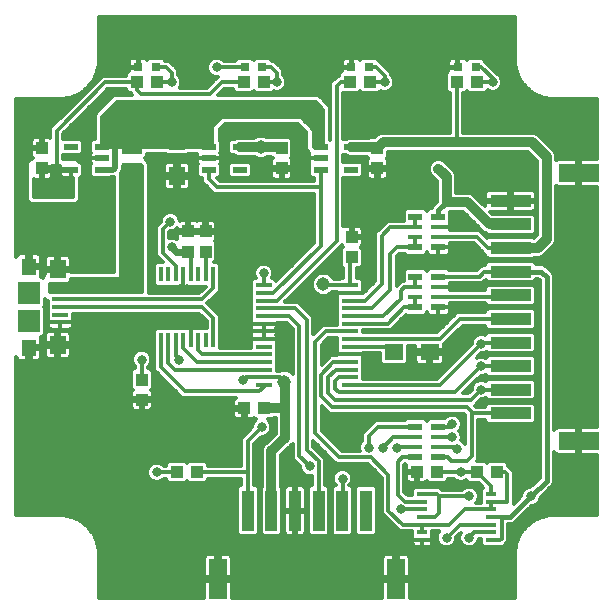
<source format=gtl>
G75*
%MOIN*%
%OFA0B0*%
%FSLAX25Y25*%
%IPPOS*%
%LPD*%
%AMOC8*
5,1,8,0,0,1.08239X$1,22.5*
%
%ADD10R,0.03937X0.04331*%
%ADD11R,0.03150X0.03150*%
%ADD12R,0.04331X0.03937*%
%ADD13R,0.06299X0.05512*%
%ADD14R,0.07008X0.04016*%
%ADD15R,0.05512X0.06299*%
%ADD16R,0.03543X0.01378*%
%ADD17R,0.04528X0.01732*%
%ADD18R,0.04528X0.02480*%
%ADD19R,0.05500X0.01370*%
%ADD20R,0.04724X0.02165*%
%ADD21R,0.01260X0.04961*%
%ADD22R,0.05118X0.05709*%
%ADD23R,0.07480X0.07480*%
%ADD24R,0.05315X0.01575*%
%ADD25R,0.13386X0.05906*%
%ADD26R,0.13780X0.03937*%
%ADD27R,0.05906X0.13386*%
%ADD28R,0.03937X0.13780*%
%ADD29C,0.01200*%
%ADD30C,0.03200*%
%ADD31C,0.01600*%
%ADD32C,0.03200*%
%ADD33C,0.02000*%
%ADD34C,0.02400*%
%ADD35C,0.04500*%
D10*
X0111197Y0106500D03*
X0117890Y0106500D03*
X0099543Y0130654D03*
X0099543Y0137346D03*
X0114856Y0180029D03*
X0120793Y0180029D03*
X0120793Y0186721D03*
X0114856Y0186721D03*
X0146165Y0207738D03*
X0146165Y0214431D03*
X0140126Y0236500D03*
X0133433Y0236500D03*
X0104594Y0236500D03*
X0097902Y0236500D03*
X0066165Y0214431D03*
X0066165Y0207738D03*
X0168965Y0236500D03*
X0175657Y0236500D03*
X0178043Y0214431D03*
X0178043Y0207738D03*
X0169543Y0184846D03*
X0169543Y0178154D03*
X0204492Y0236500D03*
X0211185Y0236500D03*
X0211197Y0106500D03*
X0217890Y0106500D03*
D11*
X0210791Y0241500D03*
X0204886Y0241500D03*
X0175264Y0241500D03*
X0169358Y0241500D03*
X0139732Y0241500D03*
X0133827Y0241500D03*
X0104201Y0241500D03*
X0098295Y0241500D03*
D12*
X0133697Y0127712D03*
X0140390Y0127712D03*
X0191197Y0106500D03*
X0197890Y0106500D03*
D13*
X0195449Y0146500D03*
X0183638Y0146500D03*
D14*
X0096165Y0207581D03*
X0096165Y0214589D03*
D15*
X0111165Y0216990D03*
X0111165Y0205179D03*
X0071472Y0174098D03*
X0071472Y0148902D03*
D16*
X0193028Y0099177D03*
X0193028Y0096618D03*
X0193028Y0094059D03*
X0193028Y0091500D03*
X0193028Y0088941D03*
X0193028Y0086382D03*
X0193028Y0083823D03*
X0216059Y0083823D03*
X0216059Y0086382D03*
X0216059Y0088941D03*
X0216059Y0091500D03*
X0216059Y0094059D03*
X0216059Y0096618D03*
X0216059Y0099177D03*
D17*
X0198382Y0114925D03*
X0198382Y0118075D03*
X0190705Y0118075D03*
X0190705Y0114925D03*
X0190705Y0164925D03*
X0190705Y0168075D03*
X0198382Y0168075D03*
X0198382Y0164925D03*
X0198382Y0184925D03*
X0198382Y0188075D03*
X0190705Y0188075D03*
X0190705Y0184925D03*
D18*
X0190705Y0181402D03*
X0198382Y0181402D03*
X0198382Y0171598D03*
X0190705Y0171598D03*
X0190705Y0161402D03*
X0198382Y0161402D03*
X0198382Y0191598D03*
X0190705Y0191598D03*
X0190705Y0121598D03*
X0198382Y0121598D03*
X0198382Y0111402D03*
X0190705Y0111402D03*
D19*
X0168937Y0135491D03*
X0168937Y0138050D03*
X0168937Y0140609D03*
X0168937Y0143168D03*
X0168937Y0145727D03*
X0168937Y0148286D03*
X0168937Y0150845D03*
X0168937Y0153405D03*
X0168937Y0155964D03*
X0168937Y0158523D03*
X0168937Y0161082D03*
X0168937Y0163641D03*
X0168937Y0166200D03*
X0168937Y0168759D03*
X0140150Y0168759D03*
X0140150Y0166200D03*
X0140150Y0163641D03*
X0140150Y0161082D03*
X0140150Y0158523D03*
X0140150Y0155964D03*
X0140150Y0153405D03*
X0140150Y0150845D03*
X0140150Y0148286D03*
X0140150Y0145727D03*
X0140150Y0143168D03*
X0140150Y0140609D03*
X0140150Y0138050D03*
X0140150Y0135491D03*
D20*
X0132161Y0207344D03*
X0121925Y0207344D03*
X0121925Y0211085D03*
X0121925Y0214825D03*
X0132161Y0214825D03*
X0159157Y0214825D03*
X0159157Y0211085D03*
X0159157Y0207344D03*
X0169394Y0207344D03*
X0169394Y0214825D03*
X0086283Y0214825D03*
X0086283Y0211085D03*
X0086283Y0207344D03*
X0076047Y0207344D03*
X0076047Y0214825D03*
D21*
X0105791Y0172441D03*
X0108291Y0172441D03*
X0110791Y0172441D03*
X0113291Y0172441D03*
X0115791Y0172441D03*
X0118291Y0172441D03*
X0120791Y0172441D03*
X0123291Y0172441D03*
X0123291Y0150559D03*
X0120791Y0150559D03*
X0118291Y0150559D03*
X0115791Y0150559D03*
X0113291Y0150559D03*
X0110791Y0150559D03*
X0108291Y0150559D03*
X0105791Y0150559D03*
D22*
X0061827Y0148016D03*
X0061827Y0174984D03*
D23*
X0061827Y0166224D03*
X0061827Y0156776D03*
D24*
X0072358Y0156382D03*
X0072358Y0158941D03*
X0072358Y0161500D03*
X0072358Y0164059D03*
X0072358Y0166618D03*
D25*
X0245094Y0206185D03*
X0245094Y0116815D03*
D26*
X0222457Y0126067D03*
X0222457Y0133941D03*
X0222457Y0141815D03*
X0222457Y0149689D03*
X0222457Y0157563D03*
X0222457Y0165437D03*
X0222457Y0173311D03*
X0222457Y0181185D03*
X0222457Y0189059D03*
X0222457Y0196933D03*
D27*
X0184228Y0070949D03*
X0124858Y0070949D03*
D28*
X0134858Y0093587D03*
X0142732Y0093587D03*
X0150606Y0093587D03*
X0158480Y0093587D03*
X0166354Y0093587D03*
X0174228Y0093587D03*
D29*
X0085277Y0078226D02*
X0085277Y0064675D01*
X0120306Y0064675D01*
X0120306Y0070349D01*
X0124258Y0070349D01*
X0124258Y0071549D01*
X0120306Y0071549D01*
X0120306Y0077852D01*
X0120415Y0078259D01*
X0120625Y0078624D01*
X0120923Y0078922D01*
X0121288Y0079133D01*
X0121695Y0079242D01*
X0124258Y0079242D01*
X0124258Y0071549D01*
X0125458Y0071549D01*
X0125458Y0079242D01*
X0128022Y0079242D01*
X0128429Y0079133D01*
X0128793Y0078922D01*
X0129091Y0078624D01*
X0129302Y0078259D01*
X0129411Y0077852D01*
X0129411Y0071549D01*
X0125458Y0071549D01*
X0125458Y0070349D01*
X0129411Y0070349D01*
X0129411Y0064675D01*
X0179676Y0064675D01*
X0179676Y0070349D01*
X0183628Y0070349D01*
X0183628Y0071549D01*
X0179676Y0071549D01*
X0179676Y0077852D01*
X0179785Y0078259D01*
X0179995Y0078624D01*
X0180293Y0078922D01*
X0180658Y0079133D01*
X0181065Y0079242D01*
X0183628Y0079242D01*
X0183628Y0071549D01*
X0184828Y0071549D01*
X0184828Y0079242D01*
X0187392Y0079242D01*
X0187799Y0079133D01*
X0188164Y0078922D01*
X0188461Y0078624D01*
X0188672Y0078259D01*
X0188781Y0077852D01*
X0188781Y0071549D01*
X0184828Y0071549D01*
X0184828Y0070349D01*
X0188781Y0070349D01*
X0188781Y0064675D01*
X0223809Y0064675D01*
X0223809Y0078226D01*
X0223766Y0078276D01*
X0223809Y0078880D01*
X0223809Y0079486D01*
X0223856Y0079532D01*
X0223896Y0080087D01*
X0223825Y0080196D01*
X0223942Y0080732D01*
X0223981Y0081279D01*
X0224079Y0081364D01*
X0224211Y0081970D01*
X0224157Y0082089D01*
X0224349Y0082602D01*
X0224465Y0083138D01*
X0224575Y0083208D01*
X0224792Y0083789D01*
X0224755Y0083914D01*
X0225018Y0084396D01*
X0225209Y0084909D01*
X0225328Y0084963D01*
X0225625Y0085508D01*
X0225606Y0085637D01*
X0225935Y0086076D01*
X0226198Y0086557D01*
X0226323Y0086593D01*
X0226694Y0087090D01*
X0226694Y0087220D01*
X0227082Y0087608D01*
X0227411Y0088047D01*
X0227539Y0088065D01*
X0227978Y0088504D01*
X0227997Y0088633D01*
X0228435Y0088961D01*
X0228823Y0089349D01*
X0228953Y0089349D01*
X0229450Y0089721D01*
X0229486Y0089846D01*
X0229968Y0090108D01*
X0230407Y0090437D01*
X0230536Y0090418D01*
X0231080Y0090716D01*
X0231134Y0090834D01*
X0231648Y0091026D01*
X0232129Y0091288D01*
X0232254Y0091252D01*
X0232835Y0091468D01*
X0232905Y0091578D01*
X0233441Y0091695D01*
X0233955Y0091886D01*
X0234073Y0091832D01*
X0234679Y0091964D01*
X0234764Y0092062D01*
X0235311Y0092101D01*
X0235847Y0092218D01*
X0235957Y0092148D01*
X0236511Y0092187D01*
X0236558Y0092234D01*
X0237163Y0092234D01*
X0237767Y0092277D01*
X0237817Y0092234D01*
X0251369Y0092234D01*
X0251369Y0112262D01*
X0245694Y0112262D01*
X0245694Y0116215D01*
X0244495Y0116215D01*
X0244495Y0112262D01*
X0238191Y0112262D01*
X0237784Y0112371D01*
X0237419Y0112582D01*
X0237121Y0112880D01*
X0236943Y0113188D01*
X0236943Y0103210D01*
X0236578Y0102328D01*
X0232431Y0098181D01*
X0232431Y0097738D01*
X0231944Y0096562D01*
X0231043Y0095662D01*
X0229867Y0095175D01*
X0229425Y0095175D01*
X0223715Y0089465D01*
X0222833Y0089100D01*
X0221743Y0089100D01*
X0221743Y0083401D01*
X0220455Y0082113D01*
X0219965Y0081623D01*
X0218582Y0081623D01*
X0218493Y0081534D01*
X0213625Y0081534D01*
X0212687Y0082471D01*
X0212687Y0084182D01*
X0211806Y0084182D01*
X0211806Y0083988D01*
X0211319Y0082812D01*
X0210418Y0081912D01*
X0209242Y0081425D01*
X0207969Y0081425D01*
X0206793Y0081912D01*
X0205893Y0082812D01*
X0205406Y0083988D01*
X0205406Y0085262D01*
X0205796Y0086204D01*
X0204306Y0084714D01*
X0204306Y0083988D01*
X0203819Y0082812D01*
X0202918Y0081912D01*
X0201742Y0081425D01*
X0200469Y0081425D01*
X0199293Y0081912D01*
X0198393Y0082812D01*
X0197906Y0083988D01*
X0197906Y0085262D01*
X0198393Y0086438D01*
X0198696Y0086741D01*
X0196399Y0086741D01*
X0196399Y0085030D01*
X0196334Y0084965D01*
X0196399Y0084722D01*
X0196399Y0083823D01*
X0193028Y0083823D01*
X0193028Y0083823D01*
X0196399Y0083823D01*
X0196399Y0082923D01*
X0196290Y0082516D01*
X0196080Y0082151D01*
X0195782Y0081854D01*
X0195417Y0081643D01*
X0195010Y0081534D01*
X0193028Y0081534D01*
X0193028Y0083823D01*
X0193027Y0083823D01*
X0193027Y0083823D01*
X0189656Y0083823D01*
X0189656Y0084722D01*
X0189721Y0084965D01*
X0189656Y0085030D01*
X0189656Y0086741D01*
X0185566Y0086741D01*
X0180820Y0091487D01*
X0179531Y0092776D01*
X0179531Y0104651D01*
X0174882Y0109300D01*
X0164257Y0109300D01*
X0162968Y0110589D01*
X0156743Y0116814D01*
X0156743Y0114911D01*
X0159392Y0112263D01*
X0160680Y0110974D01*
X0160680Y0102076D01*
X0161112Y0102076D01*
X0162049Y0101139D01*
X0162049Y0086034D01*
X0161112Y0085097D01*
X0155849Y0085097D01*
X0154912Y0086034D01*
X0154912Y0101139D01*
X0155849Y0102076D01*
X0156280Y0102076D01*
X0156280Y0105243D01*
X0156117Y0105175D01*
X0154844Y0105175D01*
X0153668Y0105662D01*
X0152768Y0106562D01*
X0152281Y0107738D01*
X0152281Y0108464D01*
X0151132Y0109612D01*
X0151132Y0109612D01*
X0149843Y0110901D01*
X0149843Y0116029D01*
X0149116Y0115302D01*
X0145868Y0112054D01*
X0145868Y0107227D01*
X0145932Y0107073D01*
X0145932Y0101508D01*
X0146301Y0101139D01*
X0146301Y0086034D01*
X0145364Y0085097D01*
X0140101Y0085097D01*
X0139164Y0086034D01*
X0139164Y0101139D01*
X0139532Y0101508D01*
X0139532Y0105709D01*
X0139468Y0105863D01*
X0139468Y0114016D01*
X0139955Y0115193D01*
X0144103Y0119340D01*
X0144103Y0124512D01*
X0143586Y0124512D01*
X0143218Y0124143D01*
X0141426Y0124143D01*
X0142256Y0123313D01*
X0142743Y0122137D01*
X0142743Y0120863D01*
X0142256Y0119687D01*
X0141356Y0118787D01*
X0140180Y0118300D01*
X0139455Y0118300D01*
X0137058Y0115904D01*
X0137058Y0102076D01*
X0137490Y0102076D01*
X0138427Y0101139D01*
X0138427Y0086034D01*
X0137490Y0085097D01*
X0132227Y0085097D01*
X0131290Y0086034D01*
X0131290Y0101139D01*
X0132227Y0102076D01*
X0132658Y0102076D01*
X0132658Y0104300D01*
X0121458Y0104300D01*
X0121458Y0103672D01*
X0120521Y0102735D01*
X0115259Y0102735D01*
X0114543Y0103450D01*
X0113828Y0102735D01*
X0108566Y0102735D01*
X0107628Y0103672D01*
X0107628Y0104300D01*
X0106869Y0104300D01*
X0106356Y0103787D01*
X0105180Y0103300D01*
X0103907Y0103300D01*
X0102731Y0103787D01*
X0101830Y0104687D01*
X0101343Y0105863D01*
X0101343Y0107137D01*
X0101830Y0108313D01*
X0102731Y0109213D01*
X0103907Y0109700D01*
X0105180Y0109700D01*
X0106356Y0109213D01*
X0106869Y0108700D01*
X0107628Y0108700D01*
X0107628Y0109328D01*
X0108566Y0110265D01*
X0113828Y0110265D01*
X0114543Y0109550D01*
X0115259Y0110265D01*
X0120521Y0110265D01*
X0121458Y0109328D01*
X0121458Y0108700D01*
X0132658Y0108700D01*
X0132658Y0117726D01*
X0133947Y0119015D01*
X0136343Y0121411D01*
X0136343Y0122137D01*
X0136830Y0123313D01*
X0137661Y0124143D01*
X0137562Y0124143D01*
X0137043Y0124661D01*
X0136845Y0124463D01*
X0136480Y0124252D01*
X0136073Y0124143D01*
X0134081Y0124143D01*
X0134081Y0127327D01*
X0133313Y0127327D01*
X0133313Y0124143D01*
X0131321Y0124143D01*
X0130914Y0124252D01*
X0130549Y0124463D01*
X0130251Y0124761D01*
X0130041Y0125126D01*
X0129931Y0125532D01*
X0129931Y0127327D01*
X0133313Y0127327D01*
X0133313Y0128096D01*
X0129931Y0128096D01*
X0129931Y0129891D01*
X0130041Y0130298D01*
X0130251Y0130663D01*
X0130549Y0130960D01*
X0130914Y0131171D01*
X0130929Y0131175D01*
X0113007Y0131175D01*
X0111718Y0132464D01*
X0111718Y0132464D01*
X0104882Y0139300D01*
X0103593Y0140589D01*
X0103593Y0144026D01*
X0103591Y0144028D01*
X0103591Y0147386D01*
X0103561Y0147416D01*
X0103561Y0153702D01*
X0104499Y0154639D01*
X0114584Y0154639D01*
X0114661Y0154562D01*
X0114951Y0154639D01*
X0115791Y0154639D01*
X0115791Y0150559D01*
X0115791Y0150559D01*
X0115791Y0154639D01*
X0116632Y0154639D01*
X0116921Y0154562D01*
X0116999Y0154639D01*
X0121091Y0154639D01*
X0121091Y0156841D01*
X0118632Y0159300D01*
X0076616Y0159300D01*
X0076616Y0157491D01*
X0076592Y0157467D01*
X0076616Y0157380D01*
X0076616Y0156382D01*
X0072358Y0156382D01*
X0072358Y0156382D01*
X0068101Y0156382D01*
X0068101Y0157380D01*
X0068124Y0157467D01*
X0068101Y0157491D01*
X0068101Y0163616D01*
X0067559Y0163840D01*
X0067167Y0164232D01*
X0067167Y0161822D01*
X0066845Y0161500D01*
X0067167Y0161178D01*
X0067167Y0152450D01*
X0067226Y0152669D01*
X0067436Y0153034D01*
X0067734Y0153331D01*
X0068099Y0153542D01*
X0068506Y0153651D01*
X0070872Y0153651D01*
X0070872Y0149502D01*
X0072072Y0149502D01*
X0072072Y0153651D01*
X0074439Y0153651D01*
X0074846Y0153542D01*
X0075211Y0153331D01*
X0075509Y0153034D01*
X0075719Y0152669D01*
X0075828Y0152262D01*
X0075828Y0149502D01*
X0072072Y0149502D01*
X0072072Y0148302D01*
X0075828Y0148302D01*
X0075828Y0145541D01*
X0075719Y0145134D01*
X0075509Y0144770D01*
X0075211Y0144472D01*
X0074846Y0144261D01*
X0074439Y0144152D01*
X0072072Y0144152D01*
X0072072Y0148302D01*
X0070872Y0148302D01*
X0067117Y0148302D01*
X0067117Y0145541D01*
X0067226Y0145134D01*
X0067436Y0144770D01*
X0067734Y0144472D01*
X0068099Y0144261D01*
X0068506Y0144152D01*
X0070872Y0144152D01*
X0070872Y0148302D01*
X0070872Y0149502D01*
X0067117Y0149502D01*
X0067117Y0152262D01*
X0067139Y0152344D01*
X0066230Y0151435D01*
X0065891Y0151435D01*
X0065986Y0151081D01*
X0065986Y0148616D01*
X0062427Y0148616D01*
X0062427Y0147416D01*
X0065986Y0147416D01*
X0065986Y0144951D01*
X0065877Y0144544D01*
X0065666Y0144179D01*
X0065368Y0143881D01*
X0065003Y0143670D01*
X0064596Y0143561D01*
X0062427Y0143561D01*
X0062427Y0147416D01*
X0061227Y0147416D01*
X0061227Y0143561D01*
X0059057Y0143561D01*
X0058650Y0143670D01*
X0058285Y0143881D01*
X0057987Y0144179D01*
X0057777Y0144544D01*
X0057718Y0144763D01*
X0057718Y0092234D01*
X0071269Y0092234D01*
X0071319Y0092277D01*
X0071923Y0092234D01*
X0072529Y0092234D01*
X0072576Y0092187D01*
X0073130Y0092148D01*
X0073240Y0092218D01*
X0073775Y0092101D01*
X0074322Y0092062D01*
X0074407Y0091964D01*
X0075013Y0091832D01*
X0075132Y0091886D01*
X0075646Y0091695D01*
X0076181Y0091578D01*
X0076252Y0091468D01*
X0076833Y0091252D01*
X0076958Y0091288D01*
X0077439Y0091026D01*
X0077953Y0090834D01*
X0078007Y0090716D01*
X0078551Y0090418D01*
X0078680Y0090437D01*
X0079119Y0090108D01*
X0079600Y0089846D01*
X0079637Y0089721D01*
X0080133Y0089349D01*
X0080263Y0089349D01*
X0080651Y0088961D01*
X0081090Y0088633D01*
X0081109Y0088504D01*
X0081547Y0088065D01*
X0081676Y0088047D01*
X0082005Y0087608D01*
X0082392Y0087220D01*
X0082392Y0087090D01*
X0082764Y0086593D01*
X0082889Y0086557D01*
X0083152Y0086076D01*
X0083480Y0085637D01*
X0083462Y0085508D01*
X0083759Y0084963D01*
X0083877Y0084909D01*
X0084069Y0084396D01*
X0084332Y0083914D01*
X0084295Y0083789D01*
X0084512Y0083208D01*
X0084621Y0083138D01*
X0084738Y0082602D01*
X0084929Y0082089D01*
X0084875Y0081970D01*
X0085007Y0081364D01*
X0085106Y0081279D01*
X0085145Y0080732D01*
X0085261Y0080196D01*
X0085191Y0080087D01*
X0085230Y0079532D01*
X0085277Y0079486D01*
X0085277Y0078880D01*
X0085320Y0078276D01*
X0085277Y0078226D01*
X0085320Y0078279D02*
X0120426Y0078279D01*
X0120306Y0077081D02*
X0085277Y0077081D01*
X0085277Y0075882D02*
X0120306Y0075882D01*
X0120306Y0074684D02*
X0085277Y0074684D01*
X0085277Y0073485D02*
X0120306Y0073485D01*
X0120306Y0072287D02*
X0085277Y0072287D01*
X0085277Y0071088D02*
X0124258Y0071088D01*
X0124258Y0072287D02*
X0125458Y0072287D01*
X0125458Y0073485D02*
X0124258Y0073485D01*
X0124258Y0074684D02*
X0125458Y0074684D01*
X0125458Y0075882D02*
X0124258Y0075882D01*
X0124258Y0077081D02*
X0125458Y0077081D01*
X0125458Y0078279D02*
X0124258Y0078279D01*
X0129291Y0078279D02*
X0179796Y0078279D01*
X0179676Y0077081D02*
X0129411Y0077081D01*
X0129411Y0075882D02*
X0179676Y0075882D01*
X0179676Y0074684D02*
X0129411Y0074684D01*
X0129411Y0073485D02*
X0179676Y0073485D01*
X0179676Y0072287D02*
X0129411Y0072287D01*
X0129411Y0069890D02*
X0179676Y0069890D01*
X0179676Y0068691D02*
X0129411Y0068691D01*
X0129411Y0067493D02*
X0179676Y0067493D01*
X0179676Y0066294D02*
X0129411Y0066294D01*
X0129411Y0065096D02*
X0179676Y0065096D01*
X0183628Y0071088D02*
X0125458Y0071088D01*
X0120306Y0069890D02*
X0085277Y0069890D01*
X0085277Y0068691D02*
X0120306Y0068691D01*
X0120306Y0067493D02*
X0085277Y0067493D01*
X0085277Y0066294D02*
X0120306Y0066294D01*
X0120306Y0065096D02*
X0085277Y0065096D01*
X0085277Y0079478D02*
X0223809Y0079478D01*
X0223766Y0078279D02*
X0188661Y0078279D01*
X0188781Y0077081D02*
X0223809Y0077081D01*
X0223809Y0075882D02*
X0188781Y0075882D01*
X0188781Y0074684D02*
X0223809Y0074684D01*
X0223809Y0073485D02*
X0188781Y0073485D01*
X0188781Y0072287D02*
X0223809Y0072287D01*
X0223809Y0071088D02*
X0184828Y0071088D01*
X0184828Y0072287D02*
X0183628Y0072287D01*
X0183628Y0073485D02*
X0184828Y0073485D01*
X0184828Y0074684D02*
X0183628Y0074684D01*
X0183628Y0075882D02*
X0184828Y0075882D01*
X0184828Y0077081D02*
X0183628Y0077081D01*
X0183628Y0078279D02*
X0184828Y0078279D01*
X0189976Y0082151D02*
X0190273Y0081854D01*
X0190638Y0081643D01*
X0191045Y0081534D01*
X0193027Y0081534D01*
X0193027Y0083823D01*
X0189656Y0083823D01*
X0189656Y0082923D01*
X0189765Y0082516D01*
X0189976Y0082151D01*
X0190252Y0081875D02*
X0084896Y0081875D01*
X0084635Y0083073D02*
X0189656Y0083073D01*
X0189656Y0084272D02*
X0084137Y0084272D01*
X0083482Y0085470D02*
X0131854Y0085470D01*
X0131290Y0086669D02*
X0082708Y0086669D01*
X0081810Y0087867D02*
X0131290Y0087867D01*
X0131290Y0089066D02*
X0080547Y0089066D01*
X0078911Y0090264D02*
X0131290Y0090264D01*
X0131290Y0091463D02*
X0076267Y0091463D01*
X0085157Y0080676D02*
X0223930Y0080676D01*
X0224191Y0081875D02*
X0220217Y0081875D01*
X0221415Y0083073D02*
X0224451Y0083073D01*
X0224950Y0084272D02*
X0221743Y0084272D01*
X0221743Y0085470D02*
X0225604Y0085470D01*
X0226379Y0086669D02*
X0221743Y0086669D01*
X0221743Y0087867D02*
X0227276Y0087867D01*
X0228540Y0089066D02*
X0221743Y0089066D01*
X0224514Y0090264D02*
X0230176Y0090264D01*
X0232820Y0091463D02*
X0225713Y0091463D01*
X0226911Y0092661D02*
X0251369Y0092661D01*
X0251369Y0093860D02*
X0228110Y0093860D01*
X0229308Y0095058D02*
X0251369Y0095058D01*
X0251369Y0096257D02*
X0231638Y0096257D01*
X0232314Y0097455D02*
X0251369Y0097455D01*
X0251369Y0098654D02*
X0232904Y0098654D01*
X0234102Y0099852D02*
X0251369Y0099852D01*
X0251369Y0101051D02*
X0235301Y0101051D01*
X0236499Y0102249D02*
X0251369Y0102249D01*
X0251369Y0103448D02*
X0236943Y0103448D01*
X0236943Y0104646D02*
X0251369Y0104646D01*
X0251369Y0105845D02*
X0236943Y0105845D01*
X0236943Y0107043D02*
X0251369Y0107043D01*
X0251369Y0108242D02*
X0236943Y0108242D01*
X0236943Y0109440D02*
X0251369Y0109440D01*
X0251369Y0110639D02*
X0236943Y0110639D01*
X0236943Y0111837D02*
X0251369Y0111837D01*
X0245694Y0113036D02*
X0244495Y0113036D01*
X0244495Y0114234D02*
X0245694Y0114234D01*
X0245694Y0115433D02*
X0244495Y0115433D01*
X0244495Y0117415D02*
X0244495Y0121368D01*
X0238191Y0121368D01*
X0237784Y0121259D01*
X0237419Y0121048D01*
X0237121Y0120750D01*
X0236943Y0120442D01*
X0236943Y0171977D01*
X0236578Y0172859D01*
X0235903Y0173535D01*
X0234767Y0174670D01*
X0234767Y0174671D02*
X0234092Y0175346D01*
X0233210Y0175711D01*
X0230946Y0175711D01*
X0230946Y0175942D01*
X0230009Y0176880D01*
X0214904Y0176880D01*
X0213967Y0175942D01*
X0213967Y0175511D01*
X0212943Y0175511D01*
X0211406Y0173974D01*
X0211406Y0173974D01*
X0211230Y0173798D01*
X0201949Y0173798D01*
X0201308Y0174439D01*
X0195455Y0174439D01*
X0194543Y0173527D01*
X0193631Y0174439D01*
X0187778Y0174439D01*
X0186841Y0173501D01*
X0186841Y0170275D01*
X0186144Y0170275D01*
X0184882Y0169012D01*
X0184556Y0168686D01*
X0184556Y0178401D01*
X0185356Y0179202D01*
X0187138Y0179202D01*
X0187778Y0178561D01*
X0193631Y0178561D01*
X0194568Y0179499D01*
X0194568Y0179763D01*
X0194627Y0179544D01*
X0194838Y0179179D01*
X0195136Y0178881D01*
X0195501Y0178670D01*
X0195907Y0178561D01*
X0198362Y0178561D01*
X0198362Y0181381D01*
X0198402Y0181381D01*
X0198402Y0178561D01*
X0200856Y0178561D01*
X0201263Y0178670D01*
X0201628Y0178881D01*
X0201926Y0179179D01*
X0202137Y0179544D01*
X0202246Y0179951D01*
X0202246Y0181381D01*
X0198402Y0181381D01*
X0198402Y0181422D01*
X0202246Y0181422D01*
X0202246Y0182725D01*
X0210207Y0182725D01*
X0212658Y0180274D01*
X0213947Y0178985D01*
X0213967Y0178985D01*
X0213967Y0178554D01*
X0214904Y0177617D01*
X0230009Y0177617D01*
X0230378Y0177985D01*
X0232052Y0177985D01*
X0233228Y0178472D01*
X0234129Y0179372D01*
X0237256Y0182500D01*
X0237743Y0183676D01*
X0237743Y0201765D01*
X0237784Y0201741D01*
X0238191Y0201632D01*
X0244495Y0201632D01*
X0244495Y0205585D01*
X0245694Y0205585D01*
X0245694Y0201632D01*
X0251369Y0201632D01*
X0251369Y0121368D01*
X0245694Y0121368D01*
X0245694Y0117415D01*
X0244495Y0117415D01*
X0244495Y0117830D02*
X0245694Y0117830D01*
X0245694Y0119029D02*
X0244495Y0119029D01*
X0244495Y0120227D02*
X0245694Y0120227D01*
X0251369Y0121426D02*
X0236943Y0121426D01*
X0236943Y0122624D02*
X0251369Y0122624D01*
X0251369Y0123823D02*
X0236943Y0123823D01*
X0236943Y0125021D02*
X0251369Y0125021D01*
X0251369Y0126220D02*
X0236943Y0126220D01*
X0236943Y0127418D02*
X0251369Y0127418D01*
X0251369Y0128617D02*
X0236943Y0128617D01*
X0236943Y0129815D02*
X0251369Y0129815D01*
X0251369Y0131014D02*
X0236943Y0131014D01*
X0236943Y0132212D02*
X0251369Y0132212D01*
X0251369Y0133411D02*
X0236943Y0133411D01*
X0236943Y0134609D02*
X0251369Y0134609D01*
X0251369Y0135808D02*
X0236943Y0135808D01*
X0236943Y0137006D02*
X0251369Y0137006D01*
X0251369Y0138205D02*
X0236943Y0138205D01*
X0236943Y0139403D02*
X0251369Y0139403D01*
X0251369Y0140602D02*
X0236943Y0140602D01*
X0236943Y0141800D02*
X0251369Y0141800D01*
X0251369Y0142999D02*
X0236943Y0142999D01*
X0236943Y0144197D02*
X0251369Y0144197D01*
X0251369Y0145396D02*
X0236943Y0145396D01*
X0236943Y0146594D02*
X0251369Y0146594D01*
X0251369Y0147793D02*
X0236943Y0147793D01*
X0236943Y0148991D02*
X0251369Y0148991D01*
X0251369Y0150190D02*
X0236943Y0150190D01*
X0236943Y0151388D02*
X0251369Y0151388D01*
X0251369Y0152587D02*
X0236943Y0152587D01*
X0236943Y0153785D02*
X0251369Y0153785D01*
X0251369Y0154984D02*
X0236943Y0154984D01*
X0236943Y0156182D02*
X0251369Y0156182D01*
X0251369Y0157381D02*
X0236943Y0157381D01*
X0236943Y0158579D02*
X0251369Y0158579D01*
X0251369Y0159778D02*
X0236943Y0159778D01*
X0236943Y0160976D02*
X0251369Y0160976D01*
X0251369Y0162175D02*
X0236943Y0162175D01*
X0236943Y0163373D02*
X0251369Y0163373D01*
X0251369Y0164572D02*
X0236943Y0164572D01*
X0236943Y0165770D02*
X0251369Y0165770D01*
X0251369Y0166969D02*
X0236943Y0166969D01*
X0236943Y0168168D02*
X0251369Y0168168D01*
X0251369Y0169366D02*
X0236943Y0169366D01*
X0236943Y0170565D02*
X0251369Y0170565D01*
X0251369Y0171763D02*
X0236943Y0171763D01*
X0236476Y0172962D02*
X0251369Y0172962D01*
X0251369Y0174160D02*
X0235277Y0174160D01*
X0234767Y0174670D02*
X0234767Y0174671D01*
X0234061Y0175359D02*
X0251369Y0175359D01*
X0251369Y0176557D02*
X0230332Y0176557D01*
X0230148Y0177756D02*
X0251369Y0177756D01*
X0251369Y0178954D02*
X0233710Y0178954D01*
X0234909Y0180153D02*
X0251369Y0180153D01*
X0251369Y0181351D02*
X0236107Y0181351D01*
X0237277Y0182550D02*
X0251369Y0182550D01*
X0251369Y0183748D02*
X0237743Y0183748D01*
X0237743Y0184947D02*
X0251369Y0184947D01*
X0251369Y0186145D02*
X0237743Y0186145D01*
X0237743Y0187344D02*
X0251369Y0187344D01*
X0251369Y0188542D02*
X0237743Y0188542D01*
X0237743Y0189741D02*
X0251369Y0189741D01*
X0251369Y0190939D02*
X0237743Y0190939D01*
X0237743Y0192138D02*
X0251369Y0192138D01*
X0251369Y0193336D02*
X0237743Y0193336D01*
X0237743Y0194535D02*
X0251369Y0194535D01*
X0251369Y0195733D02*
X0237743Y0195733D01*
X0237743Y0196932D02*
X0251369Y0196932D01*
X0251369Y0198130D02*
X0237743Y0198130D01*
X0237743Y0199329D02*
X0251369Y0199329D01*
X0251369Y0200527D02*
X0237743Y0200527D01*
X0237743Y0201726D02*
X0237842Y0201726D01*
X0244495Y0201726D02*
X0245694Y0201726D01*
X0245694Y0202924D02*
X0244495Y0202924D01*
X0244495Y0204123D02*
X0245694Y0204123D01*
X0245694Y0205321D02*
X0244495Y0205321D01*
X0244495Y0206785D02*
X0244495Y0210738D01*
X0238191Y0210738D01*
X0237784Y0210629D01*
X0237743Y0210605D01*
X0237743Y0212137D01*
X0237256Y0213313D01*
X0236356Y0214213D01*
X0231356Y0219213D01*
X0230180Y0219700D01*
X0206692Y0219700D01*
X0206692Y0232735D01*
X0207123Y0232735D01*
X0207839Y0233450D01*
X0208554Y0232735D01*
X0213816Y0232735D01*
X0214754Y0233672D01*
X0214754Y0233726D01*
X0215782Y0233300D01*
X0217055Y0233300D01*
X0218231Y0233787D01*
X0219131Y0234687D01*
X0219618Y0235863D01*
X0219618Y0237137D01*
X0219131Y0238313D01*
X0218231Y0239213D01*
X0217951Y0239329D01*
X0217330Y0239950D01*
X0213966Y0243313D01*
X0213966Y0243738D01*
X0213029Y0244675D01*
X0208554Y0244675D01*
X0207812Y0243933D01*
X0207741Y0244057D01*
X0207443Y0244355D01*
X0207078Y0244566D01*
X0206671Y0244675D01*
X0205073Y0244675D01*
X0205073Y0241687D01*
X0204698Y0241687D01*
X0204698Y0241313D01*
X0201711Y0241313D01*
X0201711Y0240115D01*
X0200924Y0239328D01*
X0200924Y0233672D01*
X0201861Y0232735D01*
X0202292Y0232735D01*
X0202292Y0219700D01*
X0179476Y0219700D01*
X0178300Y0219213D01*
X0177283Y0218196D01*
X0175412Y0218196D01*
X0175240Y0218025D01*
X0168757Y0218025D01*
X0167581Y0217538D01*
X0167551Y0217507D01*
X0166743Y0217507D01*
X0166743Y0232735D01*
X0171596Y0232735D01*
X0172311Y0233450D01*
X0173026Y0232735D01*
X0178289Y0232735D01*
X0179144Y0233590D01*
X0179844Y0233300D01*
X0181117Y0233300D01*
X0182293Y0233787D01*
X0183194Y0234687D01*
X0183681Y0235863D01*
X0183681Y0237137D01*
X0183194Y0238313D01*
X0182681Y0238825D01*
X0182681Y0239599D01*
X0181392Y0240887D01*
X0178580Y0243700D01*
X0178439Y0243700D01*
X0178439Y0243738D01*
X0177501Y0244675D01*
X0173026Y0244675D01*
X0172285Y0243933D01*
X0172213Y0244057D01*
X0171915Y0244355D01*
X0171551Y0244566D01*
X0171144Y0244675D01*
X0169546Y0244675D01*
X0169546Y0241687D01*
X0169171Y0241687D01*
X0169171Y0241313D01*
X0166183Y0241313D01*
X0166183Y0240115D01*
X0165396Y0239328D01*
X0165396Y0238700D01*
X0164882Y0238700D01*
X0163632Y0237450D01*
X0162343Y0236161D01*
X0162343Y0217347D01*
X0162315Y0217375D01*
X0162315Y0227812D01*
X0161950Y0228694D01*
X0159450Y0231194D01*
X0158775Y0231869D01*
X0157893Y0232235D01*
X0125043Y0232235D01*
X0127108Y0234300D01*
X0129865Y0234300D01*
X0129865Y0233672D01*
X0130802Y0232735D01*
X0136064Y0232735D01*
X0136780Y0233450D01*
X0137495Y0232735D01*
X0142757Y0232735D01*
X0143494Y0233471D01*
X0143907Y0233300D01*
X0145180Y0233300D01*
X0146356Y0233787D01*
X0147256Y0234687D01*
X0147743Y0235863D01*
X0147743Y0237137D01*
X0147256Y0238313D01*
X0146743Y0238825D01*
X0146743Y0240536D01*
X0145455Y0241825D01*
X0143580Y0243700D01*
X0142907Y0243700D01*
X0142907Y0243738D01*
X0141970Y0244675D01*
X0137495Y0244675D01*
X0136780Y0243960D01*
X0136064Y0244675D01*
X0131589Y0244675D01*
X0130652Y0243738D01*
X0130652Y0243700D01*
X0126869Y0243700D01*
X0126356Y0244213D01*
X0125180Y0244700D01*
X0123907Y0244700D01*
X0122731Y0244213D01*
X0121830Y0243313D01*
X0121343Y0242137D01*
X0121343Y0240863D01*
X0121830Y0239687D01*
X0122731Y0238787D01*
X0123907Y0238300D01*
X0124886Y0238300D01*
X0123997Y0237411D01*
X0121223Y0234637D01*
X0112206Y0234637D01*
X0112256Y0234687D01*
X0112743Y0235863D01*
X0112743Y0237137D01*
X0112256Y0238313D01*
X0111743Y0238825D01*
X0111743Y0240536D01*
X0110455Y0241825D01*
X0108580Y0243700D01*
X0107376Y0243700D01*
X0107376Y0243738D01*
X0106438Y0244675D01*
X0101963Y0244675D01*
X0101222Y0243933D01*
X0101150Y0244057D01*
X0100852Y0244355D01*
X0100488Y0244566D01*
X0100081Y0244675D01*
X0098483Y0244675D01*
X0098483Y0241687D01*
X0098108Y0241687D01*
X0098108Y0241313D01*
X0095120Y0241313D01*
X0095120Y0240115D01*
X0094333Y0239328D01*
X0094333Y0238700D01*
X0086445Y0238700D01*
X0068906Y0221161D01*
X0068906Y0217998D01*
X0068751Y0218087D01*
X0068345Y0218196D01*
X0066550Y0218196D01*
X0066550Y0214815D01*
X0065781Y0214815D01*
X0065781Y0214047D01*
X0062597Y0214047D01*
X0062597Y0212055D01*
X0062706Y0211648D01*
X0062917Y0211283D01*
X0063115Y0211085D01*
X0062918Y0210887D01*
X0062695Y0210887D01*
X0061406Y0209599D01*
X0061406Y0197151D01*
X0062695Y0195862D01*
X0077642Y0195862D01*
X0078931Y0197151D01*
X0078931Y0204662D01*
X0079072Y0204662D01*
X0080009Y0205599D01*
X0080009Y0209090D01*
X0079072Y0210027D01*
X0078502Y0210027D01*
X0077642Y0210887D01*
X0073306Y0210887D01*
X0073306Y0212142D01*
X0079072Y0212142D01*
X0080009Y0213079D01*
X0080009Y0216570D01*
X0079072Y0217507D01*
X0073306Y0217507D01*
X0073306Y0219339D01*
X0088267Y0234300D01*
X0094333Y0234300D01*
X0094333Y0233672D01*
X0095270Y0232735D01*
X0095822Y0232735D01*
X0096322Y0232235D01*
X0090688Y0232235D01*
X0089806Y0231869D01*
X0084806Y0226869D01*
X0084806Y0226869D01*
X0084131Y0226194D01*
X0083765Y0225312D01*
X0083765Y0217507D01*
X0083259Y0217507D01*
X0082321Y0216570D01*
X0082321Y0213079D01*
X0082498Y0212902D01*
X0082430Y0212785D01*
X0082321Y0212378D01*
X0082321Y0211085D01*
X0086283Y0211085D01*
X0086283Y0211085D01*
X0082321Y0211085D01*
X0082321Y0209791D01*
X0082430Y0209384D01*
X0082498Y0209267D01*
X0082321Y0209090D01*
X0082321Y0205599D01*
X0083259Y0204662D01*
X0089308Y0204662D01*
X0089391Y0204744D01*
X0090268Y0204744D01*
X0090268Y0173275D01*
X0075828Y0173275D01*
X0075828Y0173498D01*
X0072072Y0173498D01*
X0072072Y0174698D01*
X0070872Y0174698D01*
X0070872Y0173498D01*
X0067117Y0173498D01*
X0067117Y0172467D01*
X0066884Y0172234D01*
X0066518Y0171352D01*
X0066518Y0171276D01*
X0066230Y0171565D01*
X0065891Y0171565D01*
X0065986Y0171919D01*
X0065986Y0174384D01*
X0062427Y0174384D01*
X0062427Y0175584D01*
X0065986Y0175584D01*
X0065986Y0178049D01*
X0065877Y0178456D01*
X0065666Y0178821D01*
X0065368Y0179119D01*
X0065003Y0179330D01*
X0064596Y0179439D01*
X0062427Y0179439D01*
X0062427Y0175584D01*
X0061227Y0175584D01*
X0061227Y0179439D01*
X0059057Y0179439D01*
X0058650Y0179330D01*
X0058285Y0179119D01*
X0057987Y0178821D01*
X0057777Y0178456D01*
X0057718Y0178237D01*
X0057718Y0230766D01*
X0071269Y0230766D01*
X0071319Y0230723D01*
X0071923Y0230766D01*
X0072529Y0230766D01*
X0072576Y0230813D01*
X0073130Y0230852D01*
X0073240Y0230782D01*
X0073775Y0230899D01*
X0074322Y0230938D01*
X0074407Y0231036D01*
X0075013Y0231168D01*
X0075132Y0231114D01*
X0075646Y0231305D01*
X0076181Y0231422D01*
X0076252Y0231532D01*
X0076833Y0231748D01*
X0076958Y0231712D01*
X0077439Y0231974D01*
X0077953Y0232166D01*
X0078007Y0232284D01*
X0078551Y0232582D01*
X0078680Y0232563D01*
X0079119Y0232892D01*
X0079600Y0233154D01*
X0079637Y0233279D01*
X0080133Y0233651D01*
X0080263Y0233651D01*
X0080651Y0234039D01*
X0081090Y0234367D01*
X0081109Y0234496D01*
X0081547Y0234935D01*
X0081676Y0234953D01*
X0082005Y0235392D01*
X0082392Y0235780D01*
X0082392Y0235910D01*
X0082764Y0236406D01*
X0082889Y0236443D01*
X0083152Y0236924D01*
X0083480Y0237363D01*
X0083462Y0237492D01*
X0083759Y0238037D01*
X0083877Y0238091D01*
X0084069Y0238604D01*
X0084332Y0239086D01*
X0084295Y0239211D01*
X0084512Y0239792D01*
X0084621Y0239862D01*
X0084738Y0240398D01*
X0084929Y0240911D01*
X0084875Y0241030D01*
X0085007Y0241636D01*
X0085106Y0241721D01*
X0085145Y0242268D01*
X0085261Y0242804D01*
X0085191Y0242913D01*
X0085230Y0243468D01*
X0085277Y0243514D01*
X0085277Y0244120D01*
X0085320Y0244724D01*
X0085277Y0244774D01*
X0085277Y0258325D01*
X0223809Y0258325D01*
X0223809Y0244774D01*
X0223766Y0244724D01*
X0223809Y0244120D01*
X0223809Y0243514D01*
X0223856Y0243468D01*
X0223896Y0242913D01*
X0223825Y0242804D01*
X0223942Y0242268D01*
X0223981Y0241721D01*
X0224079Y0241636D01*
X0224211Y0241030D01*
X0224157Y0240911D01*
X0224349Y0240398D01*
X0224465Y0239862D01*
X0224575Y0239792D01*
X0224792Y0239211D01*
X0224755Y0239086D01*
X0225018Y0238604D01*
X0225209Y0238091D01*
X0225328Y0238037D01*
X0225625Y0237492D01*
X0225606Y0237363D01*
X0225935Y0236924D01*
X0226198Y0236443D01*
X0226323Y0236406D01*
X0226694Y0235910D01*
X0226694Y0235780D01*
X0227082Y0235392D01*
X0227411Y0234953D01*
X0227539Y0234935D01*
X0227978Y0234496D01*
X0227997Y0234367D01*
X0228435Y0234039D01*
X0228823Y0233651D01*
X0228953Y0233651D01*
X0229450Y0233279D01*
X0229486Y0233154D01*
X0229968Y0232892D01*
X0230407Y0232563D01*
X0230536Y0232582D01*
X0231080Y0232284D01*
X0231134Y0232166D01*
X0231648Y0231974D01*
X0232129Y0231712D01*
X0232254Y0231748D01*
X0232835Y0231532D01*
X0232905Y0231422D01*
X0233441Y0231305D01*
X0233955Y0231114D01*
X0234073Y0231168D01*
X0234679Y0231036D01*
X0234764Y0230938D01*
X0235311Y0230899D01*
X0235847Y0230782D01*
X0235957Y0230852D01*
X0236511Y0230813D01*
X0236558Y0230766D01*
X0237163Y0230766D01*
X0237767Y0230723D01*
X0237817Y0230766D01*
X0251369Y0230766D01*
X0251369Y0210738D01*
X0245694Y0210738D01*
X0245694Y0206785D01*
X0244495Y0206785D01*
X0244495Y0207718D02*
X0245694Y0207718D01*
X0245694Y0208917D02*
X0244495Y0208917D01*
X0244495Y0210115D02*
X0245694Y0210115D01*
X0251369Y0211314D02*
X0237743Y0211314D01*
X0237588Y0212512D02*
X0251369Y0212512D01*
X0251369Y0213711D02*
X0236858Y0213711D01*
X0235659Y0214909D02*
X0251369Y0214909D01*
X0251369Y0216108D02*
X0234461Y0216108D01*
X0233262Y0217306D02*
X0251369Y0217306D01*
X0251369Y0218505D02*
X0232064Y0218505D01*
X0228218Y0213300D02*
X0231343Y0210175D01*
X0231343Y0185638D01*
X0230234Y0184529D01*
X0230009Y0184754D01*
X0214904Y0184754D01*
X0214653Y0184502D01*
X0212029Y0187125D01*
X0202246Y0187125D01*
X0202246Y0188075D01*
X0202246Y0189152D01*
X0202137Y0189559D01*
X0202126Y0189576D01*
X0202246Y0189696D01*
X0202246Y0193300D01*
X0206655Y0193300D01*
X0213609Y0186346D01*
X0214359Y0186036D01*
X0214904Y0185491D01*
X0230009Y0185491D01*
X0230946Y0186428D01*
X0230946Y0191690D01*
X0230009Y0192628D01*
X0216379Y0192628D01*
X0215642Y0193365D01*
X0222072Y0193365D01*
X0222072Y0196549D01*
X0213967Y0196549D01*
X0213967Y0195039D01*
X0210694Y0198313D01*
X0209793Y0199213D01*
X0208617Y0199700D01*
X0204365Y0199700D01*
X0204365Y0205471D01*
X0203878Y0206647D01*
X0200166Y0210360D01*
X0198989Y0210847D01*
X0197716Y0210847D01*
X0196540Y0210360D01*
X0195640Y0209460D01*
X0195153Y0208284D01*
X0195153Y0207011D01*
X0195640Y0205834D01*
X0197965Y0203509D01*
X0197965Y0196694D01*
X0196347Y0195076D01*
X0196083Y0194439D01*
X0195455Y0194439D01*
X0194543Y0193527D01*
X0193631Y0194439D01*
X0187778Y0194439D01*
X0186841Y0193501D01*
X0186841Y0190275D01*
X0181445Y0190275D01*
X0177343Y0186174D01*
X0177343Y0170224D01*
X0173287Y0166167D01*
X0173287Y0166200D01*
X0173287Y0167095D01*
X0173220Y0167344D01*
X0173287Y0167411D01*
X0173287Y0170107D01*
X0172350Y0171044D01*
X0171137Y0171044D01*
X0171137Y0174388D01*
X0172175Y0174388D01*
X0173112Y0175325D01*
X0173112Y0180982D01*
X0172593Y0181500D01*
X0172792Y0181699D01*
X0173003Y0182064D01*
X0173112Y0182470D01*
X0173112Y0184462D01*
X0169928Y0184462D01*
X0169928Y0185231D01*
X0173112Y0185231D01*
X0173112Y0187222D01*
X0173003Y0187629D01*
X0172792Y0187994D01*
X0172494Y0188292D01*
X0172129Y0188503D01*
X0171722Y0188612D01*
X0169928Y0188612D01*
X0169928Y0185231D01*
X0169159Y0185231D01*
X0169159Y0188612D01*
X0167364Y0188612D01*
X0166957Y0188503D01*
X0166743Y0188379D01*
X0166743Y0204662D01*
X0172419Y0204662D01*
X0173356Y0205599D01*
X0173356Y0209090D01*
X0172419Y0210027D01*
X0166743Y0210027D01*
X0166743Y0212142D01*
X0167551Y0212142D01*
X0167581Y0212112D01*
X0168757Y0211625D01*
X0174475Y0211625D01*
X0174475Y0211603D01*
X0174993Y0211085D01*
X0174794Y0210886D01*
X0174584Y0210521D01*
X0174475Y0210114D01*
X0174475Y0208122D01*
X0177659Y0208122D01*
X0177659Y0207354D01*
X0174475Y0207354D01*
X0174475Y0205362D01*
X0174584Y0204955D01*
X0174794Y0204590D01*
X0175092Y0204293D01*
X0175457Y0204082D01*
X0175864Y0203973D01*
X0177659Y0203973D01*
X0177659Y0207354D01*
X0178428Y0207354D01*
X0178428Y0208122D01*
X0181612Y0208122D01*
X0181612Y0210114D01*
X0181503Y0210521D01*
X0181292Y0210886D01*
X0181093Y0211085D01*
X0181612Y0211603D01*
X0181612Y0213300D01*
X0228218Y0213300D01*
X0229005Y0212512D02*
X0181612Y0212512D01*
X0181323Y0211314D02*
X0230204Y0211314D01*
X0231343Y0210115D02*
X0200410Y0210115D01*
X0201609Y0208917D02*
X0231343Y0208917D01*
X0231343Y0207718D02*
X0202807Y0207718D01*
X0203931Y0206520D02*
X0231343Y0206520D01*
X0231343Y0205321D02*
X0204365Y0205321D01*
X0204365Y0204123D02*
X0231343Y0204123D01*
X0231343Y0202924D02*
X0204365Y0202924D01*
X0204365Y0201726D02*
X0231343Y0201726D01*
X0231343Y0200527D02*
X0204365Y0200527D01*
X0209513Y0199329D02*
X0214025Y0199329D01*
X0214076Y0199519D02*
X0213967Y0199112D01*
X0213967Y0197317D01*
X0222072Y0197317D01*
X0222072Y0196549D01*
X0222841Y0196549D01*
X0222841Y0197317D01*
X0230946Y0197317D01*
X0230946Y0199112D01*
X0230837Y0199519D01*
X0230627Y0199884D01*
X0230329Y0200182D01*
X0229964Y0200393D01*
X0229557Y0200502D01*
X0222841Y0200502D01*
X0222841Y0197317D01*
X0222072Y0197317D01*
X0222072Y0200502D01*
X0215356Y0200502D01*
X0214949Y0200393D01*
X0214584Y0200182D01*
X0214287Y0199884D01*
X0214076Y0199519D01*
X0213967Y0198130D02*
X0210876Y0198130D01*
X0212074Y0196932D02*
X0222072Y0196932D01*
X0222841Y0196932D02*
X0231343Y0196932D01*
X0230946Y0196549D02*
X0222841Y0196549D01*
X0222841Y0193365D01*
X0229557Y0193365D01*
X0229964Y0193474D01*
X0230329Y0193684D01*
X0230627Y0193982D01*
X0230837Y0194347D01*
X0230946Y0194754D01*
X0230946Y0196549D01*
X0230946Y0195733D02*
X0231343Y0195733D01*
X0231343Y0194535D02*
X0230888Y0194535D01*
X0231343Y0193336D02*
X0215670Y0193336D01*
X0213967Y0195733D02*
X0213273Y0195733D01*
X0207818Y0192138D02*
X0202246Y0192138D01*
X0202246Y0190939D02*
X0209016Y0190939D01*
X0210215Y0189741D02*
X0202246Y0189741D01*
X0202246Y0188542D02*
X0211413Y0188542D01*
X0212612Y0187344D02*
X0202246Y0187344D01*
X0202246Y0188075D02*
X0198382Y0188075D01*
X0202246Y0188075D01*
X0198382Y0188075D02*
X0198382Y0188075D01*
X0198382Y0184925D02*
X0211118Y0184925D01*
X0214858Y0181185D01*
X0222457Y0181185D01*
X0214765Y0177756D02*
X0184556Y0177756D01*
X0184556Y0176557D02*
X0214582Y0176557D01*
X0212791Y0175359D02*
X0184556Y0175359D01*
X0184556Y0174160D02*
X0187500Y0174160D01*
X0186841Y0172962D02*
X0184556Y0172962D01*
X0184556Y0171763D02*
X0186841Y0171763D01*
X0186841Y0170565D02*
X0184556Y0170565D01*
X0184556Y0169366D02*
X0185236Y0169366D01*
X0187056Y0168075D02*
X0185793Y0166813D01*
X0185793Y0164313D01*
X0180003Y0158523D01*
X0168937Y0158523D01*
X0168937Y0161082D02*
X0176312Y0161082D01*
X0182356Y0167125D01*
X0182356Y0179312D01*
X0184445Y0181402D01*
X0190705Y0181402D01*
X0190705Y0184925D01*
X0190705Y0188075D02*
X0182356Y0188075D01*
X0179543Y0185262D01*
X0179543Y0169313D01*
X0173872Y0163641D01*
X0168937Y0163641D01*
X0168937Y0166200D02*
X0164587Y0166200D01*
X0168937Y0166200D01*
X0168937Y0166200D01*
X0173287Y0166200D01*
X0168937Y0166200D01*
X0168937Y0166200D01*
X0168912Y0166225D01*
X0168443Y0166225D01*
X0168937Y0166200D02*
X0163618Y0166200D01*
X0161543Y0164125D01*
X0161543Y0160125D01*
X0164587Y0159778D02*
X0155002Y0159778D01*
X0155455Y0159325D02*
X0151498Y0163282D01*
X0147311Y0163282D01*
X0165455Y0181425D01*
X0166087Y0182058D01*
X0166294Y0181699D01*
X0166493Y0181500D01*
X0165975Y0180982D01*
X0165975Y0175325D01*
X0166737Y0174563D01*
X0166737Y0171044D01*
X0165524Y0171044D01*
X0165439Y0170959D01*
X0163451Y0170959D01*
X0163307Y0171306D01*
X0162224Y0172389D01*
X0160809Y0172975D01*
X0159277Y0172975D01*
X0157862Y0172389D01*
X0156779Y0171306D01*
X0156193Y0169891D01*
X0156193Y0168359D01*
X0156779Y0166944D01*
X0157862Y0165861D01*
X0159277Y0165275D01*
X0160809Y0165275D01*
X0162224Y0165861D01*
X0162922Y0166559D01*
X0164587Y0166559D01*
X0164587Y0166200D01*
X0164587Y0165304D01*
X0164654Y0165055D01*
X0164587Y0164989D01*
X0164587Y0155605D01*
X0159912Y0155605D01*
X0156743Y0152436D01*
X0156743Y0158036D01*
X0155455Y0159325D01*
X0156200Y0158579D02*
X0164587Y0158579D01*
X0164587Y0157381D02*
X0156743Y0157381D01*
X0156743Y0156182D02*
X0164587Y0156182D01*
X0168937Y0155964D02*
X0181507Y0155964D01*
X0186945Y0161402D01*
X0190705Y0161402D01*
X0190705Y0164925D01*
X0190705Y0168075D02*
X0187056Y0168075D01*
X0190705Y0168075D02*
X0190705Y0171598D01*
X0193910Y0174160D02*
X0195177Y0174160D01*
X0198382Y0171598D02*
X0212142Y0171598D01*
X0213293Y0172750D01*
X0213606Y0173062D01*
X0213854Y0173311D01*
X0222457Y0173311D01*
X0230009Y0169743D02*
X0214904Y0169743D01*
X0214151Y0170496D01*
X0213053Y0169398D01*
X0202180Y0169398D01*
X0202246Y0169152D01*
X0202246Y0168075D01*
X0198382Y0168075D01*
X0198382Y0168075D01*
X0202246Y0168075D01*
X0202246Y0167125D01*
X0213967Y0167125D01*
X0213967Y0168068D01*
X0214904Y0169005D01*
X0230009Y0169005D01*
X0230946Y0168068D01*
X0230946Y0162806D01*
X0230009Y0161869D01*
X0214904Y0161869D01*
X0214047Y0162725D01*
X0202246Y0162725D01*
X0202246Y0161422D01*
X0198402Y0161422D01*
X0198402Y0161381D01*
X0198402Y0158561D01*
X0200856Y0158561D01*
X0201263Y0158670D01*
X0201628Y0158881D01*
X0201926Y0159179D01*
X0202137Y0159544D01*
X0202246Y0159951D01*
X0202246Y0161381D01*
X0198402Y0161381D01*
X0198362Y0161381D01*
X0198362Y0158561D01*
X0195907Y0158561D01*
X0195501Y0158670D01*
X0195136Y0158881D01*
X0194838Y0159179D01*
X0194627Y0159544D01*
X0194568Y0159763D01*
X0194568Y0159499D01*
X0193631Y0158561D01*
X0187778Y0158561D01*
X0187497Y0158843D01*
X0182418Y0153764D01*
X0173287Y0153764D01*
X0173287Y0153045D01*
X0197977Y0153045D01*
X0203406Y0158474D01*
X0204695Y0159763D01*
X0213967Y0159763D01*
X0213967Y0160194D01*
X0214904Y0161131D01*
X0230009Y0161131D01*
X0230946Y0160194D01*
X0230946Y0154932D01*
X0230009Y0153994D01*
X0214904Y0153994D01*
X0213967Y0154932D01*
X0213967Y0155363D01*
X0206518Y0155363D01*
X0200198Y0149044D01*
X0200198Y0147100D01*
X0196049Y0147100D01*
X0196049Y0145900D01*
X0200198Y0145900D01*
X0200198Y0143533D01*
X0200089Y0143127D01*
X0199879Y0142762D01*
X0199581Y0142464D01*
X0199216Y0142253D01*
X0198809Y0142144D01*
X0196049Y0142144D01*
X0196049Y0145900D01*
X0194849Y0145900D01*
X0194849Y0142144D01*
X0192089Y0142144D01*
X0191682Y0142253D01*
X0191317Y0142464D01*
X0191019Y0142762D01*
X0190808Y0143127D01*
X0190699Y0143533D01*
X0190699Y0145900D01*
X0194849Y0145900D01*
X0194849Y0147100D01*
X0190699Y0147100D01*
X0190699Y0148645D01*
X0188387Y0148645D01*
X0188387Y0143081D01*
X0187450Y0142144D01*
X0179825Y0142144D01*
X0178888Y0143081D01*
X0178888Y0146086D01*
X0173287Y0146086D01*
X0173287Y0145727D01*
X0168937Y0145727D01*
X0164587Y0145727D01*
X0164587Y0145368D01*
X0162488Y0145368D01*
X0159431Y0142311D01*
X0159431Y0148901D01*
X0161734Y0151205D01*
X0164587Y0151205D01*
X0164587Y0146939D01*
X0164654Y0146872D01*
X0164587Y0146623D01*
X0164587Y0145727D01*
X0168937Y0145727D01*
X0168937Y0145727D01*
X0168937Y0145727D01*
X0164441Y0145727D01*
X0162043Y0148125D01*
X0160719Y0150190D02*
X0164587Y0150190D01*
X0164587Y0148991D02*
X0159521Y0148991D01*
X0159431Y0147793D02*
X0164587Y0147793D01*
X0164587Y0146594D02*
X0159431Y0146594D01*
X0159431Y0145396D02*
X0164587Y0145396D01*
X0163399Y0143168D02*
X0159231Y0139000D01*
X0159231Y0131813D01*
X0162981Y0128062D01*
X0207981Y0128062D01*
X0209543Y0126500D01*
X0209543Y0111812D01*
X0207981Y0110250D01*
X0202668Y0110250D01*
X0201517Y0111402D01*
X0198382Y0111402D01*
X0197890Y0106500D02*
X0205793Y0106500D01*
X0211197Y0106500D01*
X0215793Y0101904D01*
X0215793Y0099312D01*
X0215793Y0099177D01*
X0216059Y0099177D01*
X0215929Y0099177D02*
X0215793Y0099312D01*
X0216059Y0096618D02*
X0221224Y0096618D01*
X0221224Y0105757D01*
X0220481Y0106500D01*
X0217890Y0106500D01*
X0221458Y0108634D02*
X0221458Y0109328D01*
X0220521Y0110265D01*
X0215259Y0110265D01*
X0214543Y0109550D01*
X0213828Y0110265D01*
X0211107Y0110265D01*
X0211743Y0110901D01*
X0211743Y0123867D01*
X0213967Y0123867D01*
X0213967Y0123436D01*
X0214904Y0122498D01*
X0230009Y0122498D01*
X0230946Y0123436D01*
X0230946Y0128698D01*
X0230009Y0129635D01*
X0214904Y0129635D01*
X0213967Y0128698D01*
X0213967Y0128267D01*
X0210888Y0128267D01*
X0210467Y0128687D01*
X0212580Y0130800D01*
X0213305Y0130800D01*
X0214133Y0131143D01*
X0214904Y0130372D01*
X0230009Y0130372D01*
X0230946Y0131310D01*
X0230946Y0136572D01*
X0230009Y0137509D01*
X0214904Y0137509D01*
X0214217Y0136822D01*
X0213305Y0137200D01*
X0212032Y0137200D01*
X0210856Y0136713D01*
X0209955Y0135813D01*
X0209468Y0134637D01*
X0209468Y0133911D01*
X0208320Y0132762D01*
X0206730Y0132762D01*
X0212580Y0138613D01*
X0213305Y0138613D01*
X0214177Y0138974D01*
X0214904Y0138246D01*
X0230009Y0138246D01*
X0230946Y0139184D01*
X0230946Y0144446D01*
X0230009Y0145383D01*
X0214904Y0145383D01*
X0214173Y0144653D01*
X0213305Y0145012D01*
X0212032Y0145012D01*
X0211089Y0144622D01*
X0212580Y0146113D01*
X0213305Y0146113D01*
X0214441Y0146583D01*
X0214904Y0146120D01*
X0230009Y0146120D01*
X0230946Y0147058D01*
X0230946Y0152320D01*
X0230009Y0153257D01*
X0214904Y0153257D01*
X0213967Y0152320D01*
X0213967Y0152238D01*
X0213305Y0152512D01*
X0212032Y0152512D01*
X0210856Y0152025D01*
X0209955Y0151125D01*
X0209468Y0149949D01*
X0209468Y0149224D01*
X0197936Y0137691D01*
X0173287Y0137691D01*
X0173287Y0144516D01*
X0173220Y0144583D01*
X0173287Y0144832D01*
X0173287Y0145727D01*
X0168937Y0145727D01*
X0168937Y0143168D02*
X0163399Y0143168D01*
X0161317Y0144197D02*
X0159431Y0144197D01*
X0159431Y0142999D02*
X0160118Y0142999D01*
X0164278Y0140609D02*
X0161731Y0138063D01*
X0161731Y0132750D01*
X0163918Y0130562D01*
X0209231Y0130562D01*
X0212668Y0134000D01*
X0212727Y0133941D01*
X0222457Y0133941D01*
X0222457Y0126067D02*
X0209976Y0126067D01*
X0209543Y0126500D01*
X0210538Y0128617D02*
X0213967Y0128617D01*
X0213821Y0131014D02*
X0214263Y0131014D01*
X0211595Y0129815D02*
X0232143Y0129815D01*
X0232143Y0128617D02*
X0230946Y0128617D01*
X0230946Y0127418D02*
X0232143Y0127418D01*
X0232143Y0126220D02*
X0230946Y0126220D01*
X0230946Y0125021D02*
X0232143Y0125021D01*
X0232143Y0123823D02*
X0230946Y0123823D01*
X0230135Y0122624D02*
X0232143Y0122624D01*
X0232143Y0121426D02*
X0211743Y0121426D01*
X0211743Y0122624D02*
X0214779Y0122624D01*
X0213967Y0123823D02*
X0211743Y0123823D01*
X0211743Y0120227D02*
X0232143Y0120227D01*
X0232143Y0119029D02*
X0211743Y0119029D01*
X0211743Y0117830D02*
X0232143Y0117830D01*
X0232143Y0116632D02*
X0211743Y0116632D01*
X0211743Y0115433D02*
X0232143Y0115433D01*
X0232143Y0114234D02*
X0211743Y0114234D01*
X0211743Y0113036D02*
X0232143Y0113036D01*
X0232143Y0111837D02*
X0211743Y0111837D01*
X0211481Y0110639D02*
X0232143Y0110639D01*
X0232143Y0109440D02*
X0221346Y0109440D01*
X0221458Y0108634D02*
X0222681Y0107411D01*
X0223424Y0106668D01*
X0223424Y0095962D01*
X0226031Y0098569D01*
X0226031Y0099012D01*
X0226518Y0100188D01*
X0227418Y0101088D01*
X0228594Y0101575D01*
X0229037Y0101575D01*
X0232143Y0104682D01*
X0232143Y0170506D01*
X0231738Y0170911D01*
X0230946Y0170911D01*
X0230946Y0170680D01*
X0230009Y0169743D01*
X0230831Y0170565D02*
X0232085Y0170565D01*
X0232143Y0169366D02*
X0202188Y0169366D01*
X0202246Y0168168D02*
X0214066Y0168168D01*
X0214598Y0162175D02*
X0202246Y0162175D01*
X0202246Y0160976D02*
X0214749Y0160976D01*
X0213967Y0159778D02*
X0202199Y0159778D01*
X0200923Y0158579D02*
X0203511Y0158579D01*
X0202313Y0157381D02*
X0186035Y0157381D01*
X0184837Y0156182D02*
X0201114Y0156182D01*
X0199916Y0154984D02*
X0183638Y0154984D01*
X0182440Y0153785D02*
X0198717Y0153785D01*
X0198889Y0150845D02*
X0205606Y0157563D01*
X0222457Y0157563D01*
X0221945Y0164925D02*
X0222457Y0165437D01*
X0221945Y0164925D02*
X0198382Y0164925D01*
X0198362Y0160976D02*
X0198402Y0160976D01*
X0198362Y0159778D02*
X0198402Y0159778D01*
X0198362Y0158579D02*
X0198402Y0158579D01*
X0195840Y0158579D02*
X0193649Y0158579D01*
X0187760Y0158579D02*
X0187234Y0158579D01*
X0198889Y0150845D02*
X0168937Y0150845D01*
X0168937Y0148286D02*
X0182476Y0148286D01*
X0183638Y0146500D01*
X0188387Y0146594D02*
X0194849Y0146594D01*
X0194849Y0145396D02*
X0196049Y0145396D01*
X0196049Y0146594D02*
X0206839Y0146594D01*
X0205640Y0145396D02*
X0200198Y0145396D01*
X0200198Y0144197D02*
X0204442Y0144197D01*
X0203243Y0142999D02*
X0200016Y0142999D01*
X0202045Y0141800D02*
X0173287Y0141800D01*
X0173287Y0140602D02*
X0200846Y0140602D01*
X0199648Y0139403D02*
X0173287Y0139403D01*
X0173287Y0138205D02*
X0198449Y0138205D01*
X0198847Y0135491D02*
X0212668Y0149313D01*
X0213045Y0149689D01*
X0222457Y0149689D01*
X0230946Y0150190D02*
X0232143Y0150190D01*
X0232143Y0151388D02*
X0230946Y0151388D01*
X0230680Y0152587D02*
X0232143Y0152587D01*
X0232143Y0153785D02*
X0204940Y0153785D01*
X0203741Y0152587D02*
X0214234Y0152587D01*
X0213967Y0154984D02*
X0206138Y0154984D01*
X0202543Y0151388D02*
X0210219Y0151388D01*
X0209568Y0150190D02*
X0201344Y0150190D01*
X0200198Y0148991D02*
X0209236Y0148991D01*
X0208037Y0147793D02*
X0200198Y0147793D01*
X0196049Y0144197D02*
X0194849Y0144197D01*
X0194849Y0142999D02*
X0196049Y0142999D01*
X0190882Y0142999D02*
X0188305Y0142999D01*
X0188387Y0144197D02*
X0190699Y0144197D01*
X0190699Y0145396D02*
X0188387Y0145396D01*
X0188387Y0147793D02*
X0190699Y0147793D01*
X0178888Y0145396D02*
X0173287Y0145396D01*
X0173287Y0144197D02*
X0178888Y0144197D01*
X0178971Y0142999D02*
X0173287Y0142999D01*
X0168937Y0140609D02*
X0164278Y0140609D01*
X0165156Y0138050D02*
X0163918Y0136813D01*
X0163918Y0134313D01*
X0165168Y0133063D01*
X0203918Y0133063D01*
X0212668Y0141813D01*
X0212671Y0141815D01*
X0222457Y0141815D01*
X0230946Y0141800D02*
X0232143Y0141800D01*
X0232143Y0140602D02*
X0230946Y0140602D01*
X0230946Y0139403D02*
X0232143Y0139403D01*
X0232143Y0138205D02*
X0212172Y0138205D01*
X0211564Y0137006D02*
X0210973Y0137006D01*
X0209953Y0135808D02*
X0209775Y0135808D01*
X0209468Y0134609D02*
X0208576Y0134609D01*
X0208968Y0133411D02*
X0207378Y0133411D01*
X0213773Y0137006D02*
X0214401Y0137006D01*
X0211863Y0145396D02*
X0232143Y0145396D01*
X0232143Y0146594D02*
X0230483Y0146594D01*
X0230946Y0147793D02*
X0232143Y0147793D01*
X0232143Y0148991D02*
X0230946Y0148991D01*
X0230946Y0144197D02*
X0232143Y0144197D01*
X0232143Y0142999D02*
X0230946Y0142999D01*
X0230512Y0137006D02*
X0232143Y0137006D01*
X0232143Y0135808D02*
X0230946Y0135808D01*
X0230946Y0134609D02*
X0232143Y0134609D01*
X0232143Y0133411D02*
X0230946Y0133411D01*
X0230946Y0132212D02*
X0232143Y0132212D01*
X0232143Y0131014D02*
X0230650Y0131014D01*
X0236943Y0113036D02*
X0237031Y0113036D01*
X0232143Y0108242D02*
X0221850Y0108242D01*
X0223049Y0107043D02*
X0232143Y0107043D01*
X0232143Y0105845D02*
X0223424Y0105845D01*
X0223424Y0104646D02*
X0232108Y0104646D01*
X0230910Y0103448D02*
X0223424Y0103448D01*
X0223424Y0102249D02*
X0229711Y0102249D01*
X0227381Y0101051D02*
X0223424Y0101051D01*
X0223424Y0099852D02*
X0226379Y0099852D01*
X0226031Y0098654D02*
X0223424Y0098654D01*
X0223424Y0097455D02*
X0224917Y0097455D01*
X0223719Y0096257D02*
X0223424Y0096257D01*
X0219607Y0091500D02*
X0219543Y0091436D01*
X0219479Y0091500D01*
X0216059Y0091500D01*
X0216059Y0094059D02*
X0207102Y0094059D01*
X0201984Y0088941D01*
X0193028Y0088941D01*
X0186477Y0088941D01*
X0181731Y0093687D01*
X0181731Y0105562D01*
X0175793Y0111500D01*
X0165168Y0111500D01*
X0157231Y0119437D01*
X0157231Y0149813D01*
X0160823Y0153405D01*
X0168937Y0153405D01*
X0159291Y0154984D02*
X0156743Y0154984D01*
X0156743Y0153785D02*
X0158092Y0153785D01*
X0156894Y0152587D02*
X0156743Y0152587D01*
X0154543Y0157125D02*
X0154543Y0114000D01*
X0158480Y0110063D01*
X0158480Y0093587D01*
X0154912Y0093860D02*
X0150991Y0093860D01*
X0150991Y0093971D02*
X0154175Y0093971D01*
X0154175Y0100687D01*
X0154066Y0101094D01*
X0153855Y0101459D01*
X0153557Y0101757D01*
X0153192Y0101967D01*
X0152785Y0102076D01*
X0150991Y0102076D01*
X0150991Y0093971D01*
X0150991Y0093202D01*
X0154175Y0093202D01*
X0154175Y0086486D01*
X0154066Y0086079D01*
X0153855Y0085714D01*
X0153557Y0085417D01*
X0153192Y0085206D01*
X0152785Y0085097D01*
X0150991Y0085097D01*
X0150991Y0093202D01*
X0150222Y0093202D01*
X0150222Y0085097D01*
X0148427Y0085097D01*
X0148020Y0085206D01*
X0147655Y0085417D01*
X0147357Y0085714D01*
X0147147Y0086079D01*
X0147038Y0086486D01*
X0147038Y0093202D01*
X0150222Y0093202D01*
X0150222Y0093971D01*
X0150222Y0102076D01*
X0148427Y0102076D01*
X0148020Y0101967D01*
X0147655Y0101757D01*
X0147357Y0101459D01*
X0147147Y0101094D01*
X0147038Y0100687D01*
X0147038Y0093971D01*
X0150222Y0093971D01*
X0150991Y0093971D01*
X0150222Y0093860D02*
X0146301Y0093860D01*
X0146301Y0095058D02*
X0147038Y0095058D01*
X0147038Y0096257D02*
X0146301Y0096257D01*
X0146301Y0097455D02*
X0147038Y0097455D01*
X0147038Y0098654D02*
X0146301Y0098654D01*
X0146301Y0099852D02*
X0147038Y0099852D01*
X0147135Y0101051D02*
X0146301Y0101051D01*
X0145932Y0102249D02*
X0156280Y0102249D01*
X0156280Y0103448D02*
X0145932Y0103448D01*
X0145932Y0104646D02*
X0156280Y0104646D01*
X0153485Y0105845D02*
X0145932Y0105845D01*
X0145932Y0107043D02*
X0152569Y0107043D01*
X0152281Y0108242D02*
X0145868Y0108242D01*
X0145868Y0109440D02*
X0151304Y0109440D01*
X0150106Y0110639D02*
X0145868Y0110639D01*
X0145868Y0111837D02*
X0149843Y0111837D01*
X0149843Y0113036D02*
X0146850Y0113036D01*
X0148048Y0114234D02*
X0149843Y0114234D01*
X0149843Y0115433D02*
X0149247Y0115433D01*
X0152043Y0111812D02*
X0155481Y0108375D01*
X0160680Y0108242D02*
X0175940Y0108242D01*
X0177139Y0107043D02*
X0168187Y0107043D01*
X0168231Y0107025D02*
X0167055Y0107512D01*
X0165782Y0107512D01*
X0164606Y0107025D01*
X0163705Y0106125D01*
X0163218Y0104949D01*
X0163218Y0103676D01*
X0163705Y0102500D01*
X0164129Y0102076D01*
X0163723Y0102076D01*
X0162786Y0101139D01*
X0162786Y0086034D01*
X0163723Y0085097D01*
X0168986Y0085097D01*
X0169923Y0086034D01*
X0169923Y0101139D01*
X0168986Y0102076D01*
X0168708Y0102076D01*
X0169131Y0102500D01*
X0169618Y0103676D01*
X0169618Y0104949D01*
X0169131Y0106125D01*
X0168231Y0107025D01*
X0169247Y0105845D02*
X0178337Y0105845D01*
X0179531Y0104646D02*
X0169618Y0104646D01*
X0169524Y0103448D02*
X0179531Y0103448D01*
X0179531Y0102249D02*
X0168881Y0102249D01*
X0169923Y0101051D02*
X0170660Y0101051D01*
X0170660Y0101139D02*
X0171597Y0102076D01*
X0176860Y0102076D01*
X0177797Y0101139D01*
X0177797Y0086034D01*
X0176860Y0085097D01*
X0171597Y0085097D01*
X0170660Y0086034D01*
X0170660Y0101139D01*
X0170660Y0099852D02*
X0169923Y0099852D01*
X0169923Y0098654D02*
X0170660Y0098654D01*
X0170660Y0097455D02*
X0169923Y0097455D01*
X0169923Y0096257D02*
X0170660Y0096257D01*
X0170660Y0095058D02*
X0169923Y0095058D01*
X0169923Y0093860D02*
X0170660Y0093860D01*
X0170660Y0092661D02*
X0169923Y0092661D01*
X0169923Y0091463D02*
X0170660Y0091463D01*
X0170660Y0090264D02*
X0169923Y0090264D01*
X0169923Y0089066D02*
X0170660Y0089066D01*
X0170660Y0087867D02*
X0169923Y0087867D01*
X0169923Y0086669D02*
X0170660Y0086669D01*
X0171224Y0085470D02*
X0169359Y0085470D01*
X0177233Y0085470D02*
X0189656Y0085470D01*
X0189656Y0086669D02*
X0177797Y0086669D01*
X0177797Y0087867D02*
X0184440Y0087867D01*
X0183241Y0089066D02*
X0177797Y0089066D01*
X0177797Y0090264D02*
X0182043Y0090264D01*
X0180844Y0091463D02*
X0177797Y0091463D01*
X0177797Y0092661D02*
X0179646Y0092661D01*
X0179531Y0093860D02*
X0177797Y0093860D01*
X0177797Y0095058D02*
X0179531Y0095058D01*
X0179531Y0096257D02*
X0177797Y0096257D01*
X0177797Y0097455D02*
X0179531Y0097455D01*
X0179531Y0098654D02*
X0177797Y0098654D01*
X0177797Y0099852D02*
X0179531Y0099852D01*
X0179531Y0101051D02*
X0177797Y0101051D01*
X0184856Y0099000D02*
X0187238Y0096618D01*
X0193028Y0096618D01*
X0193028Y0094059D02*
X0186047Y0094059D01*
X0185793Y0094312D01*
X0193028Y0091500D02*
X0197356Y0091500D01*
X0198606Y0092750D01*
X0198606Y0098375D01*
X0197804Y0099177D01*
X0193028Y0099177D01*
X0195462Y0101466D02*
X0190593Y0101466D01*
X0189656Y0100529D01*
X0189656Y0098818D01*
X0188149Y0098818D01*
X0187056Y0099911D01*
X0187056Y0109026D01*
X0187185Y0109155D01*
X0187480Y0108860D01*
X0187431Y0108679D01*
X0187431Y0106884D01*
X0190813Y0106884D01*
X0190813Y0106116D01*
X0191581Y0106116D01*
X0191581Y0102931D01*
X0193573Y0102931D01*
X0193980Y0103041D01*
X0194345Y0103251D01*
X0194543Y0103450D01*
X0195062Y0102931D01*
X0200718Y0102931D01*
X0201655Y0103869D01*
X0201655Y0104300D01*
X0203468Y0104300D01*
X0203981Y0103787D01*
X0205157Y0103300D01*
X0206430Y0103300D01*
X0207606Y0103787D01*
X0207628Y0103810D01*
X0207628Y0103672D01*
X0208566Y0102735D01*
X0211851Y0102735D01*
X0213372Y0101214D01*
X0212687Y0100529D01*
X0212687Y0096259D01*
X0211015Y0096259D01*
X0211319Y0096562D01*
X0211806Y0097738D01*
X0211806Y0099012D01*
X0211319Y0100188D01*
X0210418Y0101088D01*
X0209242Y0101575D01*
X0207969Y0101575D01*
X0206793Y0101088D01*
X0206280Y0100575D01*
X0199517Y0100575D01*
X0198715Y0101377D01*
X0195551Y0101377D01*
X0195462Y0101466D01*
X0194545Y0103448D02*
X0194541Y0103448D01*
X0191581Y0103448D02*
X0190813Y0103448D01*
X0190813Y0102931D02*
X0190813Y0106116D01*
X0187431Y0106116D01*
X0187431Y0104321D01*
X0187541Y0103914D01*
X0187751Y0103549D01*
X0188049Y0103251D01*
X0188414Y0103041D01*
X0188821Y0102931D01*
X0190813Y0102931D01*
X0190813Y0104646D02*
X0191581Y0104646D01*
X0191581Y0105845D02*
X0190813Y0105845D01*
X0187431Y0105845D02*
X0187056Y0105845D01*
X0187056Y0107043D02*
X0187431Y0107043D01*
X0187431Y0108242D02*
X0187056Y0108242D01*
X0184856Y0109937D02*
X0184856Y0099000D01*
X0187115Y0099852D02*
X0189656Y0099852D01*
X0190178Y0101051D02*
X0187056Y0101051D01*
X0187056Y0102249D02*
X0212336Y0102249D01*
X0213209Y0101051D02*
X0210455Y0101051D01*
X0211458Y0099852D02*
X0212687Y0099852D01*
X0212687Y0098654D02*
X0211806Y0098654D01*
X0211689Y0097455D02*
X0212687Y0097455D01*
X0216059Y0096618D02*
X0216059Y0094059D01*
X0219543Y0091436D02*
X0219543Y0084313D01*
X0219054Y0083823D01*
X0216059Y0083823D01*
X0216059Y0086382D02*
X0210363Y0086382D01*
X0208606Y0084625D01*
X0211427Y0083073D02*
X0212687Y0083073D01*
X0213284Y0081875D02*
X0210328Y0081875D01*
X0206884Y0081875D02*
X0202828Y0081875D01*
X0203927Y0083073D02*
X0205785Y0083073D01*
X0205406Y0084272D02*
X0204306Y0084272D01*
X0205062Y0085470D02*
X0205492Y0085470D01*
X0205422Y0088941D02*
X0201106Y0084625D01*
X0198624Y0086669D02*
X0196399Y0086669D01*
X0196399Y0085470D02*
X0197992Y0085470D01*
X0197906Y0084272D02*
X0196399Y0084272D01*
X0196399Y0083073D02*
X0198285Y0083073D01*
X0199384Y0081875D02*
X0195803Y0081875D01*
X0193028Y0081875D02*
X0193027Y0081875D01*
X0193027Y0083073D02*
X0193028Y0083073D01*
X0193028Y0086382D02*
X0193028Y0088941D01*
X0198606Y0098375D02*
X0208606Y0098375D01*
X0206756Y0101051D02*
X0199041Y0101051D01*
X0201234Y0103448D02*
X0204800Y0103448D01*
X0206787Y0103448D02*
X0207852Y0103448D01*
X0204543Y0114312D02*
X0203931Y0114925D01*
X0198382Y0114925D01*
X0198382Y0118075D02*
X0202056Y0118075D01*
X0202981Y0118062D01*
X0205319Y0120250D02*
X0205694Y0120625D01*
X0206181Y0121801D01*
X0206181Y0123074D01*
X0205694Y0124250D01*
X0204793Y0125150D01*
X0203617Y0125637D01*
X0202344Y0125637D01*
X0201168Y0125150D01*
X0200456Y0124439D01*
X0195455Y0124439D01*
X0194543Y0123527D01*
X0193631Y0124439D01*
X0187778Y0124439D01*
X0187138Y0123798D01*
X0177480Y0123798D01*
X0174257Y0120575D01*
X0172968Y0119286D01*
X0172968Y0116950D01*
X0172455Y0116438D01*
X0171968Y0115262D01*
X0171968Y0113988D01*
X0172088Y0113700D01*
X0166080Y0113700D01*
X0159431Y0120349D01*
X0159431Y0128501D01*
X0160781Y0127151D01*
X0162070Y0125862D01*
X0207070Y0125862D01*
X0207343Y0125589D01*
X0207343Y0115915D01*
X0207256Y0116125D01*
X0206356Y0117025D01*
X0206065Y0117146D01*
X0206181Y0117426D01*
X0206181Y0118699D01*
X0205694Y0119875D01*
X0205319Y0120250D01*
X0205342Y0120227D02*
X0207343Y0120227D01*
X0207343Y0119029D02*
X0206044Y0119029D01*
X0206181Y0117830D02*
X0207343Y0117830D01*
X0207343Y0116632D02*
X0206750Y0116632D01*
X0207343Y0121426D02*
X0206025Y0121426D01*
X0206181Y0122624D02*
X0207343Y0122624D01*
X0207343Y0123823D02*
X0205871Y0123823D01*
X0204923Y0125021D02*
X0207343Y0125021D01*
X0202981Y0122437D02*
X0202142Y0121598D01*
X0198382Y0121598D01*
X0194839Y0123823D02*
X0194247Y0123823D01*
X0190705Y0121598D02*
X0178392Y0121598D01*
X0175168Y0118375D01*
X0175168Y0114625D01*
X0172649Y0116632D02*
X0163148Y0116632D01*
X0161950Y0117830D02*
X0172968Y0117830D01*
X0172968Y0119029D02*
X0160751Y0119029D01*
X0159553Y0120227D02*
X0173909Y0120227D01*
X0175108Y0121426D02*
X0159431Y0121426D01*
X0159431Y0122624D02*
X0176306Y0122624D01*
X0183306Y0118075D02*
X0179856Y0114625D01*
X0184543Y0114625D02*
X0184844Y0114925D01*
X0190705Y0114925D01*
X0190705Y0118075D02*
X0183306Y0118075D01*
X0187162Y0123823D02*
X0159431Y0123823D01*
X0159431Y0125021D02*
X0201039Y0125021D01*
X0198847Y0135491D02*
X0168937Y0135491D01*
X0168937Y0138050D02*
X0165156Y0138050D01*
X0149843Y0139270D02*
X0149224Y0139889D01*
X0147809Y0140475D01*
X0146277Y0140475D01*
X0145735Y0140250D01*
X0144500Y0140250D01*
X0144500Y0141957D01*
X0144500Y0149634D01*
X0144433Y0149701D01*
X0144500Y0149950D01*
X0144500Y0150845D01*
X0140150Y0150845D01*
X0140150Y0150846D01*
X0140150Y0150846D01*
X0140150Y0153404D01*
X0140150Y0153404D01*
X0140150Y0153405D01*
X0140150Y0153405D01*
X0140150Y0155963D01*
X0140150Y0155963D01*
X0140150Y0155964D02*
X0140150Y0155964D01*
X0144500Y0155964D01*
X0144500Y0156323D01*
X0147734Y0156323D01*
X0149843Y0154214D01*
X0149843Y0139270D01*
X0149843Y0139403D02*
X0149710Y0139403D01*
X0149843Y0140602D02*
X0144500Y0140602D01*
X0144500Y0141800D02*
X0149843Y0141800D01*
X0149843Y0142999D02*
X0144500Y0142999D01*
X0144500Y0144197D02*
X0149843Y0144197D01*
X0149843Y0145396D02*
X0144500Y0145396D01*
X0144500Y0146594D02*
X0149843Y0146594D01*
X0149843Y0147793D02*
X0144500Y0147793D01*
X0144500Y0148991D02*
X0149843Y0148991D01*
X0149843Y0150190D02*
X0144500Y0150190D01*
X0144500Y0150846D02*
X0144500Y0151741D01*
X0144397Y0152125D01*
X0144500Y0152509D01*
X0144500Y0153404D01*
X0140150Y0153404D01*
X0140150Y0153130D01*
X0140150Y0150846D01*
X0144500Y0150846D01*
X0144500Y0151388D02*
X0149843Y0151388D01*
X0149843Y0152587D02*
X0144500Y0152587D01*
X0144500Y0153405D02*
X0144500Y0154300D01*
X0144397Y0154684D01*
X0144500Y0155068D01*
X0144500Y0155964D01*
X0140150Y0155964D01*
X0135782Y0155964D01*
X0135743Y0155925D01*
X0145743Y0155925D01*
X0144500Y0156182D02*
X0147875Y0156182D01*
X0149073Y0154984D02*
X0144477Y0154984D01*
X0144500Y0153785D02*
X0149843Y0153785D01*
X0152043Y0155125D02*
X0148646Y0158523D01*
X0140150Y0158523D01*
X0140150Y0161082D02*
X0150587Y0161082D01*
X0154543Y0157125D01*
X0152043Y0155125D02*
X0152043Y0111812D01*
X0156743Y0115433D02*
X0158124Y0115433D01*
X0157420Y0114234D02*
X0159323Y0114234D01*
X0158619Y0113036D02*
X0160521Y0113036D01*
X0159817Y0111837D02*
X0161720Y0111837D01*
X0160680Y0110639D02*
X0162918Y0110639D01*
X0164117Y0109440D02*
X0160680Y0109440D01*
X0160680Y0107043D02*
X0164649Y0107043D01*
X0163589Y0105845D02*
X0160680Y0105845D01*
X0160680Y0104646D02*
X0163218Y0104646D01*
X0163313Y0103448D02*
X0160680Y0103448D01*
X0160680Y0102249D02*
X0163956Y0102249D01*
X0162786Y0101051D02*
X0162049Y0101051D01*
X0162049Y0099852D02*
X0162786Y0099852D01*
X0162786Y0098654D02*
X0162049Y0098654D01*
X0162049Y0097455D02*
X0162786Y0097455D01*
X0162786Y0096257D02*
X0162049Y0096257D01*
X0162049Y0095058D02*
X0162786Y0095058D01*
X0162786Y0093860D02*
X0162049Y0093860D01*
X0162049Y0092661D02*
X0162786Y0092661D01*
X0162786Y0091463D02*
X0162049Y0091463D01*
X0162049Y0090264D02*
X0162786Y0090264D01*
X0162786Y0089066D02*
X0162049Y0089066D01*
X0162049Y0087867D02*
X0162786Y0087867D01*
X0162786Y0086669D02*
X0162049Y0086669D01*
X0161485Y0085470D02*
X0163350Y0085470D01*
X0155476Y0085470D02*
X0153611Y0085470D01*
X0154175Y0086669D02*
X0154912Y0086669D01*
X0154912Y0087867D02*
X0154175Y0087867D01*
X0154175Y0089066D02*
X0154912Y0089066D01*
X0154912Y0090264D02*
X0154175Y0090264D01*
X0154175Y0091463D02*
X0154912Y0091463D01*
X0154912Y0092661D02*
X0154175Y0092661D01*
X0154175Y0095058D02*
X0154912Y0095058D01*
X0154912Y0096257D02*
X0154175Y0096257D01*
X0154175Y0097455D02*
X0154912Y0097455D01*
X0154912Y0098654D02*
X0154175Y0098654D01*
X0154175Y0099852D02*
X0154912Y0099852D01*
X0154912Y0101051D02*
X0154077Y0101051D01*
X0150991Y0101051D02*
X0150222Y0101051D01*
X0150222Y0099852D02*
X0150991Y0099852D01*
X0150991Y0098654D02*
X0150222Y0098654D01*
X0150222Y0097455D02*
X0150991Y0097455D01*
X0150991Y0096257D02*
X0150222Y0096257D01*
X0150222Y0095058D02*
X0150991Y0095058D01*
X0150991Y0092661D02*
X0150222Y0092661D01*
X0150222Y0091463D02*
X0150991Y0091463D01*
X0150991Y0090264D02*
X0150222Y0090264D01*
X0150222Y0089066D02*
X0150991Y0089066D01*
X0150991Y0087867D02*
X0150222Y0087867D01*
X0150222Y0086669D02*
X0150991Y0086669D01*
X0150991Y0085470D02*
X0150222Y0085470D01*
X0147602Y0085470D02*
X0145737Y0085470D01*
X0146301Y0086669D02*
X0147038Y0086669D01*
X0147038Y0087867D02*
X0146301Y0087867D01*
X0146301Y0089066D02*
X0147038Y0089066D01*
X0147038Y0090264D02*
X0146301Y0090264D01*
X0146301Y0091463D02*
X0147038Y0091463D01*
X0147038Y0092661D02*
X0146301Y0092661D01*
X0139164Y0092661D02*
X0138427Y0092661D01*
X0138427Y0091463D02*
X0139164Y0091463D01*
X0139164Y0090264D02*
X0138427Y0090264D01*
X0138427Y0089066D02*
X0139164Y0089066D01*
X0139164Y0087867D02*
X0138427Y0087867D01*
X0138427Y0086669D02*
X0139164Y0086669D01*
X0139728Y0085470D02*
X0137863Y0085470D01*
X0138427Y0093860D02*
X0139164Y0093860D01*
X0139164Y0095058D02*
X0138427Y0095058D01*
X0138427Y0096257D02*
X0139164Y0096257D01*
X0139164Y0097455D02*
X0138427Y0097455D01*
X0138427Y0098654D02*
X0139164Y0098654D01*
X0139164Y0099852D02*
X0138427Y0099852D01*
X0138427Y0101051D02*
X0139164Y0101051D01*
X0139532Y0102249D02*
X0137058Y0102249D01*
X0137058Y0103448D02*
X0139532Y0103448D01*
X0139532Y0104646D02*
X0137058Y0104646D01*
X0137058Y0105845D02*
X0139476Y0105845D01*
X0139468Y0107043D02*
X0137058Y0107043D01*
X0137058Y0108242D02*
X0139468Y0108242D01*
X0139468Y0109440D02*
X0137058Y0109440D01*
X0137058Y0110639D02*
X0139468Y0110639D01*
X0139468Y0111837D02*
X0137058Y0111837D01*
X0137058Y0113036D02*
X0139468Y0113036D01*
X0139559Y0114234D02*
X0137058Y0114234D01*
X0137058Y0115433D02*
X0140196Y0115433D01*
X0141394Y0116632D02*
X0137786Y0116632D01*
X0138985Y0117830D02*
X0142593Y0117830D01*
X0141597Y0119029D02*
X0143791Y0119029D01*
X0144103Y0120227D02*
X0142480Y0120227D01*
X0142743Y0121426D02*
X0144103Y0121426D01*
X0144103Y0122624D02*
X0142541Y0122624D01*
X0141746Y0123823D02*
X0144103Y0123823D01*
X0139543Y0121500D02*
X0134858Y0116815D01*
X0134858Y0106500D01*
X0134858Y0093587D01*
X0131290Y0093860D02*
X0057718Y0093860D01*
X0057718Y0095058D02*
X0131290Y0095058D01*
X0131290Y0096257D02*
X0057718Y0096257D01*
X0057718Y0097455D02*
X0131290Y0097455D01*
X0131290Y0098654D02*
X0057718Y0098654D01*
X0057718Y0099852D02*
X0131290Y0099852D01*
X0131290Y0101051D02*
X0057718Y0101051D01*
X0057718Y0102249D02*
X0132658Y0102249D01*
X0132658Y0103448D02*
X0121234Y0103448D01*
X0117890Y0106500D02*
X0134858Y0106500D01*
X0132658Y0109440D02*
X0121346Y0109440D01*
X0114545Y0103448D02*
X0114541Y0103448D01*
X0111197Y0106500D02*
X0104543Y0106500D01*
X0103280Y0109440D02*
X0057718Y0109440D01*
X0057718Y0108242D02*
X0101801Y0108242D01*
X0101343Y0107043D02*
X0057718Y0107043D01*
X0057718Y0105845D02*
X0101351Y0105845D01*
X0101871Y0104646D02*
X0057718Y0104646D01*
X0057718Y0103448D02*
X0103550Y0103448D01*
X0105537Y0103448D02*
X0107852Y0103448D01*
X0107741Y0109440D02*
X0105806Y0109440D01*
X0101722Y0126888D02*
X0099928Y0126888D01*
X0099928Y0130269D01*
X0099928Y0131038D01*
X0103112Y0131038D01*
X0103112Y0133030D01*
X0103003Y0133436D01*
X0102792Y0133801D01*
X0102593Y0134000D01*
X0103112Y0134518D01*
X0103112Y0140175D01*
X0102175Y0141112D01*
X0101743Y0141112D01*
X0101743Y0141675D01*
X0102256Y0142187D01*
X0102743Y0143363D01*
X0102743Y0144637D01*
X0102256Y0145813D01*
X0101356Y0146713D01*
X0100180Y0147200D01*
X0098907Y0147200D01*
X0097731Y0146713D01*
X0096830Y0145813D01*
X0096343Y0144637D01*
X0096343Y0143363D01*
X0096830Y0142187D01*
X0097343Y0141675D01*
X0097343Y0141112D01*
X0096912Y0141112D01*
X0095975Y0140175D01*
X0095975Y0134518D01*
X0096493Y0134000D01*
X0096294Y0133801D01*
X0096084Y0133436D01*
X0095975Y0133030D01*
X0095975Y0131038D01*
X0099159Y0131038D01*
X0099159Y0130269D01*
X0099928Y0130269D01*
X0103112Y0130269D01*
X0103112Y0128278D01*
X0103003Y0127871D01*
X0102792Y0127506D01*
X0102494Y0127208D01*
X0102129Y0126997D01*
X0101722Y0126888D01*
X0102704Y0127418D02*
X0133313Y0127418D01*
X0133313Y0126220D02*
X0134081Y0126220D01*
X0134081Y0125021D02*
X0133313Y0125021D01*
X0130101Y0125021D02*
X0057718Y0125021D01*
X0057718Y0123823D02*
X0137340Y0123823D01*
X0136545Y0122624D02*
X0057718Y0122624D01*
X0057718Y0121426D02*
X0136343Y0121426D01*
X0135159Y0120227D02*
X0057718Y0120227D01*
X0057718Y0119029D02*
X0133961Y0119029D01*
X0132762Y0117830D02*
X0057718Y0117830D01*
X0057718Y0116632D02*
X0132658Y0116632D01*
X0132658Y0115433D02*
X0057718Y0115433D01*
X0057718Y0114234D02*
X0132658Y0114234D01*
X0132658Y0113036D02*
X0057718Y0113036D01*
X0057718Y0111837D02*
X0132658Y0111837D01*
X0132658Y0110639D02*
X0057718Y0110639D01*
X0057718Y0126220D02*
X0129931Y0126220D01*
X0129931Y0128617D02*
X0103112Y0128617D01*
X0103112Y0129815D02*
X0129931Y0129815D01*
X0130641Y0131014D02*
X0099928Y0131014D01*
X0099159Y0131014D02*
X0057718Y0131014D01*
X0057718Y0132212D02*
X0095975Y0132212D01*
X0096077Y0133411D02*
X0057718Y0133411D01*
X0057718Y0134609D02*
X0095975Y0134609D01*
X0095975Y0135808D02*
X0057718Y0135808D01*
X0057718Y0137006D02*
X0095975Y0137006D01*
X0095975Y0138205D02*
X0057718Y0138205D01*
X0057718Y0139403D02*
X0095975Y0139403D01*
X0096402Y0140602D02*
X0057718Y0140602D01*
X0057718Y0141800D02*
X0097218Y0141800D01*
X0096494Y0142999D02*
X0057718Y0142999D01*
X0057718Y0144197D02*
X0057977Y0144197D01*
X0061227Y0144197D02*
X0062427Y0144197D01*
X0062427Y0145396D02*
X0061227Y0145396D01*
X0061227Y0146594D02*
X0062427Y0146594D01*
X0062427Y0147793D02*
X0067117Y0147793D01*
X0067117Y0146594D02*
X0065986Y0146594D01*
X0065986Y0145396D02*
X0067156Y0145396D01*
X0068337Y0144197D02*
X0065677Y0144197D01*
X0070872Y0144197D02*
X0072072Y0144197D01*
X0072072Y0145396D02*
X0070872Y0145396D01*
X0070872Y0146594D02*
X0072072Y0146594D01*
X0072072Y0147793D02*
X0070872Y0147793D01*
X0070872Y0148991D02*
X0065986Y0148991D01*
X0065986Y0150190D02*
X0067117Y0150190D01*
X0067117Y0151388D02*
X0065903Y0151388D01*
X0067167Y0152587D02*
X0067204Y0152587D01*
X0067167Y0153785D02*
X0103645Y0153785D01*
X0103561Y0152587D02*
X0075741Y0152587D01*
X0075828Y0151388D02*
X0103561Y0151388D01*
X0103561Y0150190D02*
X0075828Y0150190D01*
X0075828Y0147793D02*
X0103561Y0147793D01*
X0103561Y0148991D02*
X0072072Y0148991D01*
X0072072Y0150190D02*
X0070872Y0150190D01*
X0070872Y0151388D02*
X0072072Y0151388D01*
X0072072Y0152587D02*
X0070872Y0152587D01*
X0069490Y0153994D02*
X0072358Y0153994D01*
X0072358Y0156382D01*
X0068101Y0156382D01*
X0068101Y0155384D01*
X0068210Y0154977D01*
X0068420Y0154612D01*
X0068718Y0154314D01*
X0069083Y0154104D01*
X0069490Y0153994D01*
X0068208Y0154984D02*
X0067167Y0154984D01*
X0067167Y0156182D02*
X0068101Y0156182D01*
X0068101Y0157381D02*
X0067167Y0157381D01*
X0067167Y0158579D02*
X0068101Y0158579D01*
X0068101Y0159778D02*
X0067167Y0159778D01*
X0067167Y0160976D02*
X0068101Y0160976D01*
X0068101Y0162175D02*
X0067167Y0162175D01*
X0067167Y0163373D02*
X0068101Y0163373D01*
X0068918Y0166610D02*
X0068918Y0169149D01*
X0074974Y0169149D01*
X0076028Y0170203D01*
X0076028Y0170875D01*
X0092668Y0170875D01*
X0092668Y0206128D01*
X0092914Y0206374D01*
X0093341Y0207403D01*
X0093341Y0208375D01*
X0099543Y0208375D01*
X0099543Y0166459D01*
X0075949Y0166459D01*
X0075761Y0166646D01*
X0068955Y0166646D01*
X0068918Y0166610D01*
X0068918Y0166969D02*
X0099543Y0166969D01*
X0099543Y0168168D02*
X0068918Y0168168D01*
X0072358Y0164059D02*
X0119602Y0164059D01*
X0123291Y0167748D01*
X0123291Y0172441D01*
X0125521Y0172962D02*
X0136968Y0172962D01*
X0136968Y0173387D02*
X0136968Y0172113D01*
X0137411Y0171044D01*
X0136737Y0171044D01*
X0135800Y0170107D01*
X0135800Y0157175D01*
X0135866Y0157108D01*
X0135800Y0156859D01*
X0135800Y0155964D01*
X0140149Y0155964D01*
X0140149Y0155964D01*
X0135800Y0155964D01*
X0135800Y0155068D01*
X0135902Y0154684D01*
X0135800Y0154300D01*
X0135800Y0153405D01*
X0140149Y0153405D01*
X0140149Y0153404D01*
X0135800Y0153404D01*
X0135800Y0152509D01*
X0135902Y0152125D01*
X0135800Y0151741D01*
X0135800Y0150846D01*
X0140149Y0150846D01*
X0140149Y0150845D01*
X0135800Y0150845D01*
X0135800Y0149950D01*
X0135866Y0149701D01*
X0135800Y0149634D01*
X0135800Y0147927D01*
X0125521Y0147927D01*
X0125521Y0153702D01*
X0125491Y0153732D01*
X0125491Y0158663D01*
X0121743Y0162411D01*
X0121405Y0162750D01*
X0121802Y0163148D01*
X0124203Y0165548D01*
X0125491Y0166837D01*
X0125491Y0169268D01*
X0125521Y0169298D01*
X0125521Y0175584D01*
X0124584Y0176521D01*
X0123683Y0176521D01*
X0124362Y0177200D01*
X0124362Y0182857D01*
X0123843Y0183375D01*
X0124042Y0183574D01*
X0124253Y0183939D01*
X0124362Y0184345D01*
X0124362Y0186337D01*
X0121178Y0186337D01*
X0121178Y0187106D01*
X0124362Y0187106D01*
X0124362Y0189097D01*
X0124253Y0189504D01*
X0124042Y0189869D01*
X0123744Y0190167D01*
X0123379Y0190378D01*
X0122972Y0190487D01*
X0121178Y0190487D01*
X0121178Y0187106D01*
X0120409Y0187106D01*
X0120409Y0190487D01*
X0118614Y0190487D01*
X0118207Y0190378D01*
X0117842Y0190167D01*
X0117825Y0190149D01*
X0117807Y0190167D01*
X0117442Y0190378D01*
X0117035Y0190487D01*
X0115240Y0190487D01*
X0115240Y0187106D01*
X0114472Y0187106D01*
X0114472Y0190487D01*
X0112677Y0190487D01*
X0112270Y0190378D01*
X0112181Y0190326D01*
X0112181Y0190574D01*
X0111694Y0191750D01*
X0110793Y0192650D01*
X0109617Y0193137D01*
X0108344Y0193137D01*
X0107168Y0192650D01*
X0106268Y0191750D01*
X0105781Y0190574D01*
X0105781Y0189849D01*
X0104218Y0188286D01*
X0104218Y0178714D01*
X0105507Y0177425D01*
X0106411Y0176521D01*
X0104499Y0176521D01*
X0103561Y0175584D01*
X0103561Y0169298D01*
X0104499Y0168361D01*
X0112084Y0168361D01*
X0112161Y0168438D01*
X0112451Y0168361D01*
X0113291Y0168361D01*
X0113291Y0172441D01*
X0113291Y0172441D01*
X0113291Y0168361D01*
X0114132Y0168361D01*
X0114421Y0168438D01*
X0114499Y0168361D01*
X0120793Y0168361D01*
X0118691Y0166259D01*
X0101943Y0166259D01*
X0101943Y0208852D01*
X0101578Y0209734D01*
X0101269Y0210043D01*
X0101269Y0210251D01*
X0100436Y0211085D01*
X0101269Y0211918D01*
X0101269Y0212435D01*
X0107553Y0212435D01*
X0107747Y0212241D01*
X0114584Y0212241D01*
X0114778Y0212435D01*
X0117978Y0212435D01*
X0117963Y0212378D01*
X0117963Y0211085D01*
X0121925Y0211085D01*
X0121925Y0211085D01*
X0117963Y0211085D01*
X0117963Y0209791D01*
X0118072Y0209384D01*
X0118140Y0209267D01*
X0117963Y0209090D01*
X0117963Y0205599D01*
X0118900Y0204662D01*
X0119725Y0204662D01*
X0119725Y0203207D01*
X0121014Y0201919D01*
X0122343Y0200589D01*
X0123632Y0199300D01*
X0156957Y0199300D01*
X0156957Y0182900D01*
X0144332Y0170275D01*
X0143562Y0171044D01*
X0142925Y0171044D01*
X0143368Y0172113D01*
X0143368Y0173387D01*
X0142881Y0174563D01*
X0141981Y0175463D01*
X0140805Y0175950D01*
X0139532Y0175950D01*
X0138356Y0175463D01*
X0137455Y0174563D01*
X0136968Y0173387D01*
X0137289Y0174160D02*
X0125521Y0174160D01*
X0125521Y0175359D02*
X0138251Y0175359D01*
X0140168Y0172750D02*
X0140168Y0168778D01*
X0140150Y0168759D01*
X0140150Y0166200D02*
X0143368Y0166200D01*
X0159157Y0181989D01*
X0159157Y0201500D01*
X0124543Y0201500D01*
X0121925Y0204119D01*
X0121925Y0204119D01*
X0121925Y0207344D01*
X0124493Y0204662D02*
X0124950Y0204662D01*
X0125887Y0205599D01*
X0125887Y0209090D01*
X0125710Y0209267D01*
X0125778Y0209384D01*
X0125887Y0209791D01*
X0125887Y0211085D01*
X0125887Y0212378D01*
X0125778Y0212785D01*
X0125710Y0212902D01*
X0125887Y0213079D01*
X0125887Y0216570D01*
X0125440Y0217017D01*
X0125440Y0220716D01*
X0127159Y0222435D01*
X0151421Y0222435D01*
X0154391Y0219466D01*
X0154391Y0214357D01*
X0154756Y0213475D01*
X0155356Y0212875D01*
X0155304Y0212785D01*
X0155195Y0212378D01*
X0155195Y0211085D01*
X0159157Y0211085D01*
X0159157Y0211085D01*
X0155195Y0211085D01*
X0155195Y0209791D01*
X0155304Y0209384D01*
X0155372Y0209267D01*
X0155195Y0209090D01*
X0155195Y0205599D01*
X0156133Y0204662D01*
X0156957Y0204662D01*
X0156957Y0203700D01*
X0125455Y0203700D01*
X0124493Y0204662D01*
X0125032Y0204123D02*
X0143508Y0204123D01*
X0143579Y0204082D02*
X0143986Y0203973D01*
X0145781Y0203973D01*
X0145781Y0207354D01*
X0142597Y0207354D01*
X0142597Y0205362D01*
X0142706Y0204955D01*
X0142917Y0204590D01*
X0143214Y0204293D01*
X0143579Y0204082D01*
X0142608Y0205321D02*
X0135846Y0205321D01*
X0136124Y0205599D02*
X0136124Y0209090D01*
X0135186Y0210027D01*
X0129136Y0210027D01*
X0128199Y0209090D01*
X0128199Y0205599D01*
X0129136Y0204662D01*
X0135186Y0204662D01*
X0136124Y0205599D01*
X0136124Y0206520D02*
X0142597Y0206520D01*
X0142597Y0208122D02*
X0145781Y0208122D01*
X0145781Y0207354D01*
X0146550Y0207354D01*
X0146550Y0208122D01*
X0149734Y0208122D01*
X0149734Y0210114D01*
X0149625Y0210521D01*
X0149414Y0210886D01*
X0149215Y0211085D01*
X0149734Y0211603D01*
X0149734Y0217259D01*
X0148797Y0218196D01*
X0143534Y0218196D01*
X0143372Y0218035D01*
X0141535Y0218035D01*
X0141471Y0218099D01*
X0140056Y0218685D01*
X0138525Y0218685D01*
X0137110Y0218099D01*
X0137039Y0218028D01*
X0135813Y0218025D01*
X0131525Y0218025D01*
X0130349Y0217538D01*
X0130319Y0217507D01*
X0129136Y0217507D01*
X0128199Y0216570D01*
X0128199Y0213079D01*
X0129136Y0212142D01*
X0130319Y0212142D01*
X0130349Y0212112D01*
X0131525Y0211625D01*
X0135185Y0211625D01*
X0135189Y0211623D01*
X0135823Y0211625D01*
X0136453Y0211625D01*
X0136458Y0211627D01*
X0137052Y0211628D01*
X0137110Y0211571D01*
X0138525Y0210985D01*
X0140056Y0210985D01*
X0141471Y0211571D01*
X0141535Y0211635D01*
X0142597Y0211635D01*
X0142597Y0211603D01*
X0143115Y0211085D01*
X0142917Y0210886D01*
X0142706Y0210521D01*
X0142597Y0210114D01*
X0142597Y0208122D01*
X0142597Y0208917D02*
X0136124Y0208917D01*
X0136124Y0207718D02*
X0145781Y0207718D01*
X0146550Y0207718D02*
X0155195Y0207718D01*
X0155195Y0206520D02*
X0149734Y0206520D01*
X0149734Y0207354D02*
X0146550Y0207354D01*
X0146550Y0203973D01*
X0148345Y0203973D01*
X0148751Y0204082D01*
X0149116Y0204293D01*
X0149414Y0204590D01*
X0149625Y0204955D01*
X0149734Y0205362D01*
X0149734Y0207354D01*
X0149734Y0208917D02*
X0155195Y0208917D01*
X0155195Y0210115D02*
X0149734Y0210115D01*
X0149445Y0211314D02*
X0155195Y0211314D01*
X0155231Y0212512D02*
X0149734Y0212512D01*
X0149734Y0213711D02*
X0154658Y0213711D01*
X0154391Y0214909D02*
X0149734Y0214909D01*
X0149734Y0216108D02*
X0154391Y0216108D01*
X0154391Y0217306D02*
X0149687Y0217306D01*
X0154391Y0218505D02*
X0140490Y0218505D01*
X0138091Y0218505D02*
X0125440Y0218505D01*
X0125440Y0219703D02*
X0154153Y0219703D01*
X0152954Y0220902D02*
X0125627Y0220902D01*
X0126825Y0222101D02*
X0151755Y0222101D01*
X0153951Y0223299D02*
X0159915Y0223299D01*
X0159915Y0222101D02*
X0155150Y0222101D01*
X0156348Y0220902D02*
X0159915Y0220902D01*
X0159915Y0219703D02*
X0156791Y0219703D01*
X0156791Y0220460D02*
X0156791Y0214835D01*
X0159915Y0214835D01*
X0159915Y0227335D01*
X0157415Y0229835D01*
X0091165Y0229835D01*
X0086165Y0224835D01*
X0086165Y0214835D01*
X0123041Y0214835D01*
X0123040Y0221710D01*
X0126165Y0224835D01*
X0152415Y0224835D01*
X0156791Y0220460D01*
X0156791Y0218505D02*
X0159915Y0218505D01*
X0159915Y0217306D02*
X0156791Y0217306D01*
X0156791Y0216108D02*
X0159915Y0216108D01*
X0159915Y0214909D02*
X0156791Y0214909D01*
X0162315Y0218505D02*
X0162343Y0218505D01*
X0162315Y0219703D02*
X0162343Y0219703D01*
X0162315Y0220902D02*
X0162343Y0220902D01*
X0162315Y0222101D02*
X0162343Y0222101D01*
X0162315Y0223299D02*
X0162343Y0223299D01*
X0162315Y0224498D02*
X0162343Y0224498D01*
X0162315Y0225696D02*
X0162343Y0225696D01*
X0162315Y0226895D02*
X0162343Y0226895D01*
X0162343Y0228093D02*
X0162199Y0228093D01*
X0162343Y0229292D02*
X0161353Y0229292D01*
X0162343Y0230490D02*
X0160154Y0230490D01*
X0158955Y0231689D02*
X0162343Y0231689D01*
X0162343Y0232887D02*
X0142910Y0232887D01*
X0146654Y0234086D02*
X0162343Y0234086D01*
X0162343Y0235284D02*
X0147503Y0235284D01*
X0147743Y0236483D02*
X0162665Y0236483D01*
X0163632Y0237450D02*
X0163632Y0237450D01*
X0163863Y0237681D02*
X0147518Y0237681D01*
X0146743Y0238880D02*
X0165396Y0238880D01*
X0166146Y0240078D02*
X0146743Y0240078D01*
X0146003Y0241277D02*
X0166183Y0241277D01*
X0166183Y0241687D02*
X0169171Y0241687D01*
X0169171Y0244675D01*
X0167573Y0244675D01*
X0167166Y0244566D01*
X0166801Y0244355D01*
X0166503Y0244057D01*
X0166292Y0243692D01*
X0166183Y0243285D01*
X0166183Y0241687D01*
X0166183Y0242475D02*
X0144804Y0242475D01*
X0143606Y0243674D02*
X0166288Y0243674D01*
X0169171Y0243674D02*
X0169546Y0243674D01*
X0169546Y0242475D02*
X0169171Y0242475D01*
X0168965Y0236500D02*
X0165793Y0236500D01*
X0164543Y0235250D01*
X0164543Y0183625D01*
X0144559Y0163641D01*
X0140150Y0163641D01*
X0135800Y0163373D02*
X0122028Y0163373D01*
X0121802Y0163148D02*
X0121802Y0163148D01*
X0121980Y0162175D02*
X0135800Y0162175D01*
X0135800Y0160976D02*
X0123178Y0160976D01*
X0124377Y0159778D02*
X0135800Y0159778D01*
X0135800Y0158579D02*
X0125491Y0158579D01*
X0125491Y0157381D02*
X0135800Y0157381D01*
X0135800Y0156182D02*
X0125491Y0156182D01*
X0125491Y0154984D02*
X0135822Y0154984D01*
X0135800Y0153785D02*
X0125491Y0153785D01*
X0125521Y0152587D02*
X0135800Y0152587D01*
X0135800Y0151388D02*
X0125521Y0151388D01*
X0125521Y0150190D02*
X0135800Y0150190D01*
X0135643Y0150725D02*
X0146643Y0150725D01*
X0144500Y0153405D02*
X0140150Y0153405D01*
X0140150Y0155690D01*
X0140150Y0155963D01*
X0140150Y0154984D02*
X0140150Y0154984D01*
X0140150Y0153785D02*
X0140150Y0153785D01*
X0140150Y0152587D02*
X0140150Y0152587D01*
X0140150Y0151388D02*
X0140150Y0151388D01*
X0135800Y0148991D02*
X0125521Y0148991D01*
X0123291Y0150559D02*
X0123291Y0157752D01*
X0119543Y0161500D01*
X0072358Y0161500D01*
X0072358Y0156382D02*
X0072358Y0156382D01*
X0072358Y0156382D01*
X0072358Y0153994D01*
X0075226Y0153994D01*
X0075633Y0154104D01*
X0075998Y0154314D01*
X0076296Y0154612D01*
X0076507Y0154977D01*
X0076616Y0155384D01*
X0076616Y0156382D01*
X0072358Y0156382D01*
X0072358Y0156182D02*
X0072358Y0156182D01*
X0072358Y0154984D02*
X0072358Y0154984D01*
X0076509Y0154984D02*
X0121091Y0154984D01*
X0121091Y0156182D02*
X0076616Y0156182D01*
X0076615Y0157381D02*
X0120551Y0157381D01*
X0119353Y0158579D02*
X0076616Y0158579D01*
X0075191Y0169366D02*
X0099543Y0169366D01*
X0099543Y0170565D02*
X0076028Y0170565D01*
X0072072Y0174160D02*
X0090268Y0174160D01*
X0090268Y0175359D02*
X0075828Y0175359D01*
X0075828Y0174698D02*
X0075828Y0177459D01*
X0075719Y0177866D01*
X0075509Y0178230D01*
X0075211Y0178528D01*
X0074846Y0178739D01*
X0074439Y0178848D01*
X0072072Y0178848D01*
X0072072Y0174698D01*
X0075828Y0174698D01*
X0075828Y0176557D02*
X0090268Y0176557D01*
X0090268Y0177756D02*
X0075749Y0177756D01*
X0072072Y0177756D02*
X0070872Y0177756D01*
X0070872Y0178848D02*
X0068506Y0178848D01*
X0068099Y0178739D01*
X0067734Y0178528D01*
X0067436Y0178230D01*
X0067226Y0177866D01*
X0067117Y0177459D01*
X0067117Y0174698D01*
X0070872Y0174698D01*
X0070872Y0178848D01*
X0070872Y0176557D02*
X0072072Y0176557D01*
X0072072Y0175359D02*
X0070872Y0175359D01*
X0070872Y0174160D02*
X0065986Y0174160D01*
X0065986Y0172962D02*
X0067117Y0172962D01*
X0066688Y0171763D02*
X0065944Y0171763D01*
X0067117Y0175359D02*
X0062427Y0175359D01*
X0062427Y0176557D02*
X0061227Y0176557D01*
X0061227Y0177756D02*
X0062427Y0177756D01*
X0062427Y0178954D02*
X0061227Y0178954D01*
X0058121Y0178954D02*
X0057718Y0178954D01*
X0057718Y0180153D02*
X0090268Y0180153D01*
X0090268Y0181351D02*
X0057718Y0181351D01*
X0057718Y0182550D02*
X0090268Y0182550D01*
X0090268Y0183748D02*
X0057718Y0183748D01*
X0057718Y0184947D02*
X0090268Y0184947D01*
X0090268Y0186145D02*
X0057718Y0186145D01*
X0057718Y0187344D02*
X0090268Y0187344D01*
X0090268Y0188542D02*
X0057718Y0188542D01*
X0057718Y0189741D02*
X0090268Y0189741D01*
X0090268Y0190939D02*
X0057718Y0190939D01*
X0057718Y0192138D02*
X0090268Y0192138D01*
X0090268Y0193336D02*
X0057718Y0193336D01*
X0057718Y0194535D02*
X0090268Y0194535D01*
X0090268Y0195733D02*
X0057718Y0195733D01*
X0057718Y0196932D02*
X0061625Y0196932D01*
X0061406Y0198130D02*
X0057718Y0198130D01*
X0057718Y0199329D02*
X0061406Y0199329D01*
X0061406Y0200527D02*
X0057718Y0200527D01*
X0057718Y0201726D02*
X0061406Y0201726D01*
X0061406Y0202924D02*
X0057718Y0202924D01*
X0057718Y0204123D02*
X0061406Y0204123D01*
X0061406Y0205321D02*
X0057718Y0205321D01*
X0057718Y0206520D02*
X0061406Y0206520D01*
X0061406Y0207718D02*
X0057718Y0207718D01*
X0057718Y0208917D02*
X0061406Y0208917D01*
X0061922Y0210115D02*
X0057718Y0210115D01*
X0057718Y0211314D02*
X0062899Y0211314D01*
X0062597Y0212512D02*
X0057718Y0212512D01*
X0057718Y0213711D02*
X0062597Y0213711D01*
X0062597Y0214815D02*
X0065781Y0214815D01*
X0065781Y0218196D01*
X0063986Y0218196D01*
X0063579Y0218087D01*
X0063214Y0217877D01*
X0062917Y0217579D01*
X0062706Y0217214D01*
X0062597Y0216807D01*
X0062597Y0214815D01*
X0062597Y0214909D02*
X0057718Y0214909D01*
X0057718Y0216108D02*
X0062597Y0216108D01*
X0062759Y0217306D02*
X0057718Y0217306D01*
X0057718Y0218505D02*
X0068906Y0218505D01*
X0068906Y0219703D02*
X0057718Y0219703D01*
X0057718Y0220902D02*
X0068906Y0220902D01*
X0069845Y0222101D02*
X0057718Y0222101D01*
X0057718Y0223299D02*
X0071044Y0223299D01*
X0072242Y0224498D02*
X0057718Y0224498D01*
X0057718Y0225696D02*
X0073441Y0225696D01*
X0074639Y0226895D02*
X0057718Y0226895D01*
X0057718Y0228093D02*
X0075838Y0228093D01*
X0077036Y0229292D02*
X0057718Y0229292D01*
X0057718Y0230490D02*
X0078235Y0230490D01*
X0079433Y0231689D02*
X0076673Y0231689D01*
X0079113Y0232887D02*
X0080632Y0232887D01*
X0080714Y0234086D02*
X0081830Y0234086D01*
X0081924Y0235284D02*
X0083029Y0235284D01*
X0082910Y0236483D02*
X0084227Y0236483D01*
X0083565Y0237681D02*
X0085426Y0237681D01*
X0084219Y0238880D02*
X0094333Y0238880D01*
X0095083Y0240078D02*
X0084668Y0240078D01*
X0084929Y0241277D02*
X0095120Y0241277D01*
X0095120Y0241687D02*
X0098108Y0241687D01*
X0098108Y0244675D01*
X0096510Y0244675D01*
X0096103Y0244566D01*
X0095738Y0244355D01*
X0095440Y0244057D01*
X0095230Y0243692D01*
X0095120Y0243285D01*
X0095120Y0241687D01*
X0095120Y0242475D02*
X0085190Y0242475D01*
X0085277Y0243674D02*
X0095225Y0243674D01*
X0098108Y0243674D02*
X0098483Y0243674D01*
X0098483Y0242475D02*
X0098108Y0242475D01*
X0104201Y0241500D02*
X0107668Y0241500D01*
X0109543Y0239625D01*
X0109543Y0236500D01*
X0104594Y0236500D01*
X0097902Y0236500D02*
X0097902Y0233767D01*
X0099231Y0232437D01*
X0122134Y0232437D01*
X0126197Y0236500D01*
X0133433Y0236500D01*
X0129865Y0234086D02*
X0126894Y0234086D01*
X0125695Y0232887D02*
X0130649Y0232887D01*
X0136217Y0232887D02*
X0137342Y0232887D01*
X0140126Y0236500D02*
X0144543Y0236500D01*
X0144543Y0239625D01*
X0142668Y0241500D01*
X0139732Y0241500D01*
X0133827Y0241500D02*
X0124543Y0241500D01*
X0122192Y0243674D02*
X0108606Y0243674D01*
X0109804Y0242475D02*
X0121484Y0242475D01*
X0121343Y0241277D02*
X0111003Y0241277D01*
X0111743Y0240078D02*
X0121669Y0240078D01*
X0122638Y0238880D02*
X0111743Y0238880D01*
X0112518Y0237681D02*
X0124267Y0237681D01*
X0123068Y0236483D02*
X0112743Y0236483D01*
X0112503Y0235284D02*
X0121870Y0235284D01*
X0125828Y0224498D02*
X0086165Y0224498D01*
X0086165Y0223299D02*
X0124630Y0223299D01*
X0123431Y0222101D02*
X0086165Y0222101D01*
X0086165Y0220902D02*
X0123040Y0220902D01*
X0123040Y0219703D02*
X0086165Y0219703D01*
X0086165Y0218505D02*
X0123040Y0218505D01*
X0123040Y0217306D02*
X0086165Y0217306D01*
X0086165Y0216108D02*
X0123040Y0216108D01*
X0123041Y0214909D02*
X0086165Y0214909D01*
X0082321Y0214909D02*
X0080009Y0214909D01*
X0080009Y0213711D02*
X0082321Y0213711D01*
X0082357Y0212512D02*
X0079442Y0212512D01*
X0078414Y0210115D02*
X0082321Y0210115D01*
X0082321Y0208917D02*
X0080009Y0208917D01*
X0080009Y0207718D02*
X0082321Y0207718D01*
X0082321Y0206520D02*
X0080009Y0206520D01*
X0079732Y0205321D02*
X0082599Y0205321D01*
X0078931Y0204123D02*
X0090268Y0204123D01*
X0090268Y0202924D02*
X0078931Y0202924D01*
X0078931Y0201726D02*
X0090268Y0201726D01*
X0090268Y0200527D02*
X0078931Y0200527D01*
X0078931Y0199329D02*
X0090268Y0199329D01*
X0090268Y0198130D02*
X0078931Y0198130D01*
X0078711Y0196932D02*
X0090268Y0196932D01*
X0092668Y0196932D02*
X0099543Y0196932D01*
X0099543Y0198130D02*
X0092668Y0198130D01*
X0092668Y0199329D02*
X0099543Y0199329D01*
X0099543Y0200527D02*
X0092668Y0200527D01*
X0092668Y0201726D02*
X0099543Y0201726D01*
X0099543Y0202924D02*
X0092668Y0202924D01*
X0092668Y0204123D02*
X0099543Y0204123D01*
X0099543Y0205321D02*
X0092668Y0205321D01*
X0092975Y0206520D02*
X0099543Y0206520D01*
X0099543Y0207718D02*
X0093341Y0207718D01*
X0100665Y0211314D02*
X0117963Y0211314D01*
X0117963Y0210115D02*
X0101269Y0210115D01*
X0101917Y0208917D02*
X0106911Y0208917D01*
X0106918Y0208946D02*
X0106809Y0208539D01*
X0106809Y0205779D01*
X0110565Y0205779D01*
X0110565Y0204579D01*
X0106809Y0204579D01*
X0106809Y0201819D01*
X0106918Y0201412D01*
X0107129Y0201047D01*
X0107427Y0200749D01*
X0107792Y0200539D01*
X0108199Y0200430D01*
X0110565Y0200430D01*
X0110565Y0204579D01*
X0111765Y0204579D01*
X0111765Y0200430D01*
X0114132Y0200430D01*
X0114539Y0200539D01*
X0114904Y0200749D01*
X0115202Y0201047D01*
X0115412Y0201412D01*
X0115521Y0201819D01*
X0115521Y0204579D01*
X0111765Y0204579D01*
X0111765Y0205779D01*
X0110565Y0205779D01*
X0110565Y0209929D01*
X0108199Y0209929D01*
X0107792Y0209820D01*
X0107427Y0209609D01*
X0107129Y0209311D01*
X0106918Y0208946D01*
X0106809Y0207718D02*
X0101943Y0207718D01*
X0101943Y0206520D02*
X0106809Y0206520D01*
X0106809Y0204123D02*
X0101943Y0204123D01*
X0101943Y0205321D02*
X0110565Y0205321D01*
X0110565Y0204123D02*
X0111765Y0204123D01*
X0111765Y0205321D02*
X0118241Y0205321D01*
X0117963Y0206520D02*
X0115521Y0206520D01*
X0115521Y0205779D02*
X0115521Y0208539D01*
X0115412Y0208946D01*
X0115202Y0209311D01*
X0114904Y0209609D01*
X0114539Y0209820D01*
X0114132Y0209929D01*
X0111765Y0209929D01*
X0111765Y0205779D01*
X0115521Y0205779D01*
X0115521Y0204123D02*
X0119725Y0204123D01*
X0120008Y0202924D02*
X0115521Y0202924D01*
X0115496Y0201726D02*
X0121206Y0201726D01*
X0121014Y0201919D02*
X0121014Y0201919D01*
X0122343Y0200589D02*
X0122343Y0200589D01*
X0122405Y0200527D02*
X0114497Y0200527D01*
X0111765Y0200527D02*
X0110565Y0200527D01*
X0110565Y0201726D02*
X0111765Y0201726D01*
X0111765Y0202924D02*
X0110565Y0202924D01*
X0107834Y0200527D02*
X0101943Y0200527D01*
X0101943Y0199329D02*
X0123603Y0199329D01*
X0125610Y0205321D02*
X0128477Y0205321D01*
X0128199Y0206520D02*
X0125887Y0206520D01*
X0125887Y0207718D02*
X0128199Y0207718D01*
X0128199Y0208917D02*
X0125887Y0208917D01*
X0125887Y0210115D02*
X0142597Y0210115D01*
X0142886Y0211314D02*
X0140851Y0211314D01*
X0137730Y0211314D02*
X0125887Y0211314D01*
X0125887Y0211085D02*
X0121925Y0211085D01*
X0121925Y0211085D01*
X0125887Y0211085D01*
X0125851Y0212512D02*
X0128766Y0212512D01*
X0128199Y0213711D02*
X0125887Y0213711D01*
X0125887Y0214909D02*
X0128199Y0214909D01*
X0128199Y0216108D02*
X0125887Y0216108D01*
X0125440Y0217306D02*
X0128935Y0217306D01*
X0117963Y0208917D02*
X0115420Y0208917D01*
X0115521Y0207718D02*
X0117963Y0207718D01*
X0111765Y0207718D02*
X0110565Y0207718D01*
X0110565Y0206520D02*
X0111765Y0206520D01*
X0111765Y0208917D02*
X0110565Y0208917D01*
X0106809Y0202924D02*
X0101943Y0202924D01*
X0101943Y0201726D02*
X0106834Y0201726D01*
X0101943Y0198130D02*
X0156957Y0198130D01*
X0156957Y0196932D02*
X0101943Y0196932D01*
X0101943Y0195733D02*
X0156957Y0195733D01*
X0156957Y0194535D02*
X0101943Y0194535D01*
X0101943Y0193336D02*
X0156957Y0193336D01*
X0156957Y0192138D02*
X0111306Y0192138D01*
X0112030Y0190939D02*
X0156957Y0190939D01*
X0156957Y0189741D02*
X0124116Y0189741D01*
X0124362Y0188542D02*
X0156957Y0188542D01*
X0156957Y0187344D02*
X0124362Y0187344D01*
X0124362Y0186145D02*
X0156957Y0186145D01*
X0156957Y0184947D02*
X0124362Y0184947D01*
X0124143Y0183748D02*
X0156957Y0183748D01*
X0156607Y0182550D02*
X0124362Y0182550D01*
X0124362Y0181351D02*
X0155408Y0181351D01*
X0154210Y0180153D02*
X0124362Y0180153D01*
X0124362Y0178954D02*
X0153011Y0178954D01*
X0151813Y0177756D02*
X0124362Y0177756D01*
X0123718Y0176557D02*
X0150614Y0176557D01*
X0149416Y0175359D02*
X0142085Y0175359D01*
X0143048Y0174160D02*
X0148217Y0174160D01*
X0147019Y0172962D02*
X0143368Y0172962D01*
X0143223Y0171763D02*
X0145820Y0171763D01*
X0144622Y0170565D02*
X0144042Y0170565D01*
X0137113Y0171763D02*
X0125521Y0171763D01*
X0125521Y0170565D02*
X0136258Y0170565D01*
X0135800Y0169366D02*
X0125521Y0169366D01*
X0125491Y0168168D02*
X0135800Y0168168D01*
X0135800Y0166969D02*
X0125491Y0166969D01*
X0124425Y0165770D02*
X0135800Y0165770D01*
X0135800Y0164572D02*
X0123227Y0164572D01*
X0124203Y0165548D02*
X0124203Y0165548D01*
X0120600Y0168168D02*
X0101943Y0168168D01*
X0101943Y0169366D02*
X0103561Y0169366D01*
X0103561Y0170565D02*
X0101943Y0170565D01*
X0101943Y0171763D02*
X0103561Y0171763D01*
X0103561Y0172962D02*
X0101943Y0172962D01*
X0101943Y0174160D02*
X0103561Y0174160D01*
X0103561Y0175359D02*
X0101943Y0175359D01*
X0101943Y0176557D02*
X0106375Y0176557D01*
X0105176Y0177756D02*
X0101943Y0177756D01*
X0101943Y0178954D02*
X0104218Y0178954D01*
X0104218Y0180153D02*
X0101943Y0180153D01*
X0101943Y0181351D02*
X0104218Y0181351D01*
X0104218Y0182550D02*
X0101943Y0182550D01*
X0101943Y0183748D02*
X0104218Y0183748D01*
X0104218Y0184947D02*
X0101943Y0184947D01*
X0101943Y0186145D02*
X0104218Y0186145D01*
X0104218Y0187344D02*
X0101943Y0187344D01*
X0101943Y0188542D02*
X0104474Y0188542D01*
X0105673Y0189741D02*
X0101943Y0189741D01*
X0101943Y0190939D02*
X0105932Y0190939D01*
X0106656Y0192138D02*
X0101943Y0192138D01*
X0099543Y0192138D02*
X0092668Y0192138D01*
X0092668Y0193336D02*
X0099543Y0193336D01*
X0099543Y0194535D02*
X0092668Y0194535D01*
X0092668Y0195733D02*
X0099543Y0195733D01*
X0099543Y0190939D02*
X0092668Y0190939D01*
X0092668Y0189741D02*
X0099543Y0189741D01*
X0099543Y0188542D02*
X0092668Y0188542D01*
X0092668Y0187344D02*
X0099543Y0187344D01*
X0099543Y0186145D02*
X0092668Y0186145D01*
X0092668Y0184947D02*
X0099543Y0184947D01*
X0099543Y0183748D02*
X0092668Y0183748D01*
X0092668Y0182550D02*
X0099543Y0182550D01*
X0099543Y0181351D02*
X0092668Y0181351D01*
X0092668Y0180153D02*
X0099543Y0180153D01*
X0099543Y0178954D02*
X0092668Y0178954D01*
X0092668Y0177756D02*
X0099543Y0177756D01*
X0099543Y0176557D02*
X0092668Y0176557D01*
X0092668Y0175359D02*
X0099543Y0175359D01*
X0099543Y0174160D02*
X0092668Y0174160D01*
X0092668Y0172962D02*
X0099543Y0172962D01*
X0099543Y0171763D02*
X0092668Y0171763D01*
X0090268Y0178954D02*
X0065533Y0178954D01*
X0065986Y0177756D02*
X0067196Y0177756D01*
X0067117Y0176557D02*
X0065986Y0176557D01*
X0063606Y0198062D02*
X0063606Y0204075D01*
X0063986Y0203973D01*
X0065781Y0203973D01*
X0065781Y0207354D01*
X0066550Y0207354D01*
X0066550Y0208122D01*
X0069734Y0208122D01*
X0069734Y0208687D01*
X0072098Y0208687D01*
X0072085Y0208638D01*
X0072085Y0207345D01*
X0076047Y0207345D01*
X0076047Y0207344D01*
X0076047Y0207344D01*
X0076047Y0204662D01*
X0073474Y0204662D01*
X0073067Y0204771D01*
X0072703Y0204981D01*
X0072405Y0205279D01*
X0072194Y0205644D01*
X0072085Y0206051D01*
X0072085Y0207344D01*
X0076047Y0207344D01*
X0076047Y0204662D01*
X0076731Y0204662D01*
X0076731Y0198062D01*
X0063606Y0198062D01*
X0063606Y0198130D02*
X0076731Y0198130D01*
X0076731Y0199329D02*
X0063606Y0199329D01*
X0063606Y0200527D02*
X0076731Y0200527D01*
X0076731Y0201726D02*
X0063606Y0201726D01*
X0063606Y0202924D02*
X0076731Y0202924D01*
X0076731Y0204123D02*
X0068822Y0204123D01*
X0068751Y0204082D02*
X0069116Y0204293D01*
X0069414Y0204590D01*
X0069625Y0204955D01*
X0069734Y0205362D01*
X0069734Y0207354D01*
X0066550Y0207354D01*
X0066550Y0203973D01*
X0068345Y0203973D01*
X0068751Y0204082D01*
X0069723Y0205321D02*
X0072380Y0205321D01*
X0072085Y0206520D02*
X0069734Y0206520D01*
X0071106Y0207344D02*
X0071106Y0201062D01*
X0066550Y0204123D02*
X0065781Y0204123D01*
X0065781Y0205321D02*
X0066550Y0205321D01*
X0066550Y0206520D02*
X0065781Y0206520D01*
X0066550Y0207718D02*
X0072085Y0207718D01*
X0071106Y0207344D02*
X0076047Y0207344D01*
X0076047Y0206520D02*
X0076047Y0206520D01*
X0076047Y0205321D02*
X0076047Y0205321D01*
X0071106Y0207344D02*
X0071106Y0220250D01*
X0087356Y0236500D01*
X0097902Y0236500D01*
X0094333Y0234086D02*
X0088053Y0234086D01*
X0086854Y0232887D02*
X0095118Y0232887D01*
X0089625Y0231689D02*
X0085656Y0231689D01*
X0084457Y0230490D02*
X0088427Y0230490D01*
X0087228Y0229292D02*
X0083259Y0229292D01*
X0082060Y0228093D02*
X0086030Y0228093D01*
X0084831Y0226895D02*
X0080862Y0226895D01*
X0079663Y0225696D02*
X0083924Y0225696D01*
X0083765Y0224498D02*
X0078465Y0224498D01*
X0077266Y0223299D02*
X0083765Y0223299D01*
X0083765Y0222101D02*
X0076068Y0222101D01*
X0074869Y0220902D02*
X0083765Y0220902D01*
X0083765Y0219703D02*
X0073671Y0219703D01*
X0073306Y0218505D02*
X0083765Y0218505D01*
X0083058Y0217306D02*
X0079273Y0217306D01*
X0080009Y0216108D02*
X0082321Y0216108D01*
X0082321Y0211314D02*
X0073306Y0211314D01*
X0066550Y0214909D02*
X0065781Y0214909D01*
X0065781Y0216108D02*
X0066550Y0216108D01*
X0066550Y0217306D02*
X0065781Y0217306D01*
X0087027Y0225696D02*
X0159915Y0225696D01*
X0159915Y0224498D02*
X0152752Y0224498D01*
X0157958Y0229292D02*
X0090622Y0229292D01*
X0089424Y0228093D02*
X0159157Y0228093D01*
X0159915Y0226895D02*
X0088225Y0226895D01*
X0085277Y0244872D02*
X0223809Y0244872D01*
X0223809Y0243674D02*
X0213966Y0243674D01*
X0214804Y0242475D02*
X0223897Y0242475D01*
X0224158Y0241277D02*
X0216003Y0241277D01*
X0217201Y0240078D02*
X0224418Y0240078D01*
X0224867Y0238880D02*
X0218564Y0238880D01*
X0219393Y0237681D02*
X0225522Y0237681D01*
X0226176Y0236483D02*
X0219618Y0236483D01*
X0219378Y0235284D02*
X0227163Y0235284D01*
X0228373Y0234086D02*
X0218529Y0234086D01*
X0216418Y0236500D02*
X0216418Y0237750D01*
X0212668Y0241500D01*
X0210791Y0241500D01*
X0211185Y0236500D02*
X0216418Y0236500D01*
X0213969Y0232887D02*
X0229974Y0232887D01*
X0232414Y0231689D02*
X0206692Y0231689D01*
X0206692Y0230490D02*
X0251369Y0230490D01*
X0251369Y0229292D02*
X0206692Y0229292D01*
X0206692Y0228093D02*
X0251369Y0228093D01*
X0251369Y0226895D02*
X0206692Y0226895D01*
X0206692Y0225696D02*
X0251369Y0225696D01*
X0251369Y0224498D02*
X0206692Y0224498D01*
X0206692Y0223299D02*
X0251369Y0223299D01*
X0251369Y0222101D02*
X0206692Y0222101D01*
X0206692Y0220902D02*
X0251369Y0220902D01*
X0251369Y0219703D02*
X0206692Y0219703D01*
X0204492Y0216551D02*
X0204543Y0216500D01*
X0204492Y0216551D02*
X0204492Y0236500D01*
X0200924Y0236483D02*
X0183681Y0236483D01*
X0183455Y0237681D02*
X0200924Y0237681D01*
X0200924Y0238880D02*
X0182681Y0238880D01*
X0182201Y0240078D02*
X0201674Y0240078D01*
X0201711Y0241277D02*
X0181003Y0241277D01*
X0179804Y0242475D02*
X0201711Y0242475D01*
X0201711Y0241687D02*
X0204698Y0241687D01*
X0204698Y0244675D01*
X0203100Y0244675D01*
X0202693Y0244566D01*
X0202329Y0244355D01*
X0202031Y0244057D01*
X0201820Y0243692D01*
X0201711Y0243285D01*
X0201711Y0241687D01*
X0201815Y0243674D02*
X0178606Y0243674D01*
X0177668Y0241500D02*
X0175264Y0241500D01*
X0177668Y0241500D02*
X0180481Y0238687D01*
X0180481Y0236500D01*
X0175657Y0236500D01*
X0172874Y0232887D02*
X0171748Y0232887D01*
X0166743Y0231689D02*
X0202292Y0231689D01*
X0202292Y0230490D02*
X0166743Y0230490D01*
X0166743Y0229292D02*
X0202292Y0229292D01*
X0202292Y0228093D02*
X0166743Y0228093D01*
X0166743Y0226895D02*
X0202292Y0226895D01*
X0202292Y0225696D02*
X0166743Y0225696D01*
X0166743Y0224498D02*
X0202292Y0224498D01*
X0202292Y0223299D02*
X0166743Y0223299D01*
X0166743Y0222101D02*
X0202292Y0222101D01*
X0202292Y0220902D02*
X0166743Y0220902D01*
X0166743Y0219703D02*
X0202292Y0219703D01*
X0196296Y0210115D02*
X0181611Y0210115D01*
X0181612Y0208917D02*
X0195415Y0208917D01*
X0195153Y0207718D02*
X0178428Y0207718D01*
X0178428Y0207354D02*
X0181612Y0207354D01*
X0181612Y0205362D01*
X0181503Y0204955D01*
X0181292Y0204590D01*
X0180994Y0204293D01*
X0180629Y0204082D01*
X0180222Y0203973D01*
X0178428Y0203973D01*
X0178428Y0207354D01*
X0178428Y0206520D02*
X0177659Y0206520D01*
X0177659Y0207718D02*
X0173356Y0207718D01*
X0173356Y0206520D02*
X0174475Y0206520D01*
X0174486Y0205321D02*
X0173078Y0205321D01*
X0175386Y0204123D02*
X0166743Y0204123D01*
X0166743Y0202924D02*
X0197965Y0202924D01*
X0197965Y0201726D02*
X0166743Y0201726D01*
X0166743Y0200527D02*
X0197965Y0200527D01*
X0197965Y0199329D02*
X0166743Y0199329D01*
X0166743Y0198130D02*
X0197965Y0198130D01*
X0197965Y0196932D02*
X0166743Y0196932D01*
X0166743Y0195733D02*
X0197005Y0195733D01*
X0196123Y0194535D02*
X0166743Y0194535D01*
X0166743Y0193336D02*
X0186841Y0193336D01*
X0186841Y0192138D02*
X0166743Y0192138D01*
X0166743Y0190939D02*
X0186841Y0190939D01*
X0190705Y0191598D02*
X0190705Y0188075D01*
X0198362Y0181351D02*
X0198402Y0181351D01*
X0198362Y0180153D02*
X0198402Y0180153D01*
X0198362Y0178954D02*
X0198402Y0178954D01*
X0201701Y0178954D02*
X0213967Y0178954D01*
X0212779Y0180153D02*
X0202246Y0180153D01*
X0202246Y0181351D02*
X0211581Y0181351D01*
X0210382Y0182550D02*
X0202246Y0182550D01*
X0195063Y0178954D02*
X0194024Y0178954D01*
X0187386Y0178954D02*
X0185109Y0178954D01*
X0177343Y0178954D02*
X0173112Y0178954D01*
X0173112Y0177756D02*
X0177343Y0177756D01*
X0177343Y0176557D02*
X0173112Y0176557D01*
X0173112Y0175359D02*
X0177343Y0175359D01*
X0177343Y0174160D02*
X0171137Y0174160D01*
X0171137Y0172962D02*
X0177343Y0172962D01*
X0177343Y0171763D02*
X0171137Y0171763D01*
X0172829Y0170565D02*
X0177343Y0170565D01*
X0176486Y0169366D02*
X0173287Y0169366D01*
X0173287Y0168168D02*
X0175287Y0168168D01*
X0174089Y0166969D02*
X0173287Y0166969D01*
X0168937Y0168759D02*
X0160409Y0168759D01*
X0160043Y0169125D01*
X0156472Y0170565D02*
X0154594Y0170565D01*
X0155793Y0171763D02*
X0157237Y0171763D01*
X0156991Y0172962D02*
X0159245Y0172962D01*
X0160842Y0172962D02*
X0166737Y0172962D01*
X0166737Y0174160D02*
X0158190Y0174160D01*
X0159388Y0175359D02*
X0165975Y0175359D01*
X0165975Y0176557D02*
X0160587Y0176557D01*
X0161785Y0177756D02*
X0165975Y0177756D01*
X0165975Y0178954D02*
X0162984Y0178954D01*
X0164182Y0180153D02*
X0165975Y0180153D01*
X0166344Y0181351D02*
X0165381Y0181351D01*
X0168937Y0178154D02*
X0169543Y0178154D01*
X0168937Y0178154D02*
X0168937Y0168759D01*
X0166737Y0171763D02*
X0162850Y0171763D01*
X0156193Y0169366D02*
X0153396Y0169366D01*
X0152197Y0168168D02*
X0156273Y0168168D01*
X0156769Y0166969D02*
X0150999Y0166969D01*
X0149800Y0165770D02*
X0158081Y0165770D01*
X0162005Y0165770D02*
X0164587Y0165770D01*
X0164587Y0164572D02*
X0148602Y0164572D01*
X0147403Y0163373D02*
X0164587Y0163373D01*
X0164587Y0162175D02*
X0152605Y0162175D01*
X0153803Y0160976D02*
X0164587Y0160976D01*
X0140150Y0145727D02*
X0119691Y0145727D01*
X0118293Y0147125D01*
X0118293Y0150557D01*
X0118291Y0150559D01*
X0115791Y0151388D02*
X0115791Y0151388D01*
X0115791Y0152587D02*
X0115791Y0152587D01*
X0115791Y0153785D02*
X0115791Y0153785D01*
X0113291Y0150559D02*
X0113291Y0147752D01*
X0117875Y0143168D01*
X0140150Y0143168D01*
X0140150Y0140609D02*
X0110434Y0140609D01*
X0108291Y0142752D01*
X0108291Y0150559D01*
X0105791Y0150559D02*
X0105791Y0144939D01*
X0105793Y0144938D01*
X0105793Y0141500D01*
X0113918Y0133375D01*
X0138606Y0133375D01*
X0140150Y0134919D01*
X0140150Y0135491D01*
X0140150Y0138050D02*
X0134219Y0138050D01*
X0133293Y0137125D01*
X0140150Y0138050D02*
X0145618Y0138050D01*
X0147043Y0136625D01*
X0159431Y0127418D02*
X0160514Y0127418D01*
X0159431Y0126220D02*
X0161712Y0126220D01*
X0156926Y0116632D02*
X0156743Y0116632D01*
X0164347Y0115433D02*
X0172039Y0115433D01*
X0171968Y0114234D02*
X0165545Y0114234D01*
X0166418Y0104312D02*
X0166418Y0093651D01*
X0166354Y0093587D01*
X0187056Y0103448D02*
X0187852Y0103448D01*
X0187431Y0104646D02*
X0187056Y0104646D01*
X0184856Y0109937D02*
X0186320Y0111402D01*
X0190705Y0111402D01*
X0205422Y0088941D02*
X0216059Y0088941D01*
X0223809Y0069890D02*
X0188781Y0069890D01*
X0188781Y0068691D02*
X0223809Y0068691D01*
X0223809Y0067493D02*
X0188781Y0067493D01*
X0188781Y0066294D02*
X0223809Y0066294D01*
X0223809Y0065096D02*
X0188781Y0065096D01*
X0131290Y0092661D02*
X0057718Y0092661D01*
X0057718Y0127418D02*
X0096382Y0127418D01*
X0096294Y0127506D02*
X0096592Y0127208D01*
X0096957Y0126997D01*
X0097364Y0126888D01*
X0099159Y0126888D01*
X0099159Y0130269D01*
X0095975Y0130269D01*
X0095975Y0128278D01*
X0096084Y0127871D01*
X0096294Y0127506D01*
X0095975Y0128617D02*
X0057718Y0128617D01*
X0057718Y0129815D02*
X0095975Y0129815D01*
X0099159Y0129815D02*
X0099928Y0129815D01*
X0099928Y0128617D02*
X0099159Y0128617D01*
X0099159Y0127418D02*
X0099928Y0127418D01*
X0103112Y0132212D02*
X0111970Y0132212D01*
X0110771Y0133411D02*
X0103010Y0133411D01*
X0103112Y0134609D02*
X0109573Y0134609D01*
X0108374Y0135808D02*
X0103112Y0135808D01*
X0103112Y0137006D02*
X0107176Y0137006D01*
X0105977Y0138205D02*
X0103112Y0138205D01*
X0103112Y0139403D02*
X0104779Y0139403D01*
X0103593Y0140602D02*
X0102685Y0140602D01*
X0101869Y0141800D02*
X0103593Y0141800D01*
X0103593Y0142999D02*
X0102592Y0142999D01*
X0102743Y0144197D02*
X0103591Y0144197D01*
X0103591Y0145396D02*
X0102429Y0145396D01*
X0101474Y0146594D02*
X0103591Y0146594D01*
X0099543Y0144000D02*
X0099543Y0137346D01*
X0096343Y0144197D02*
X0074608Y0144197D01*
X0075789Y0145396D02*
X0096658Y0145396D01*
X0097612Y0146594D02*
X0075828Y0146594D01*
X0101943Y0166969D02*
X0119401Y0166969D01*
X0113291Y0169366D02*
X0113291Y0169366D01*
X0113291Y0170565D02*
X0113291Y0170565D01*
X0113291Y0171763D02*
X0113291Y0171763D01*
X0110791Y0172441D02*
X0110791Y0175252D01*
X0106418Y0179625D01*
X0106418Y0187375D01*
X0108981Y0189937D01*
X0111287Y0187719D02*
X0111287Y0187106D01*
X0114471Y0187106D01*
X0114471Y0186337D01*
X0111287Y0186337D01*
X0111287Y0184345D01*
X0111319Y0184228D01*
X0110180Y0184700D01*
X0108907Y0184700D01*
X0108618Y0184580D01*
X0108618Y0186464D01*
X0108892Y0186737D01*
X0109617Y0186737D01*
X0110793Y0187225D01*
X0111287Y0187719D01*
X0111287Y0187344D02*
X0110912Y0187344D01*
X0111287Y0186145D02*
X0108618Y0186145D01*
X0108618Y0184947D02*
X0111287Y0184947D01*
X0114472Y0187344D02*
X0115240Y0187344D01*
X0115240Y0187106D02*
X0120409Y0187106D01*
X0120409Y0186337D01*
X0117225Y0186337D01*
X0115240Y0186337D01*
X0115240Y0187106D01*
X0115240Y0188542D02*
X0114472Y0188542D01*
X0114472Y0189741D02*
X0115240Y0189741D01*
X0120409Y0189741D02*
X0121178Y0189741D01*
X0121178Y0188542D02*
X0120409Y0188542D01*
X0120409Y0187344D02*
X0121178Y0187344D01*
X0120793Y0180029D02*
X0120791Y0180027D01*
X0120791Y0172441D01*
X0115791Y0172441D02*
X0115791Y0179093D01*
X0114856Y0180029D01*
X0145781Y0204123D02*
X0146550Y0204123D01*
X0146550Y0205321D02*
X0145781Y0205321D01*
X0145781Y0206520D02*
X0146550Y0206520D01*
X0148822Y0204123D02*
X0156957Y0204123D01*
X0155473Y0205321D02*
X0149723Y0205321D01*
X0159157Y0207344D02*
X0159157Y0201500D01*
X0166743Y0210115D02*
X0174475Y0210115D01*
X0174475Y0208917D02*
X0173356Y0208917D01*
X0174764Y0211314D02*
X0166743Y0211314D01*
X0166743Y0218505D02*
X0177592Y0218505D01*
X0181612Y0206520D02*
X0195356Y0206520D01*
X0196153Y0205321D02*
X0181601Y0205321D01*
X0180700Y0204123D02*
X0197352Y0204123D01*
X0178428Y0204123D02*
X0177659Y0204123D01*
X0177659Y0205321D02*
X0178428Y0205321D01*
X0180910Y0189741D02*
X0166743Y0189741D01*
X0166743Y0188542D02*
X0167104Y0188542D01*
X0169159Y0188542D02*
X0169928Y0188542D01*
X0169928Y0187344D02*
X0169159Y0187344D01*
X0169159Y0186145D02*
X0169928Y0186145D01*
X0169928Y0184947D02*
X0177343Y0184947D01*
X0177343Y0186145D02*
X0173112Y0186145D01*
X0173079Y0187344D02*
X0178513Y0187344D01*
X0179712Y0188542D02*
X0171982Y0188542D01*
X0173112Y0183748D02*
X0177343Y0183748D01*
X0177343Y0182550D02*
X0173112Y0182550D01*
X0172742Y0181351D02*
X0177343Y0181351D01*
X0177343Y0180153D02*
X0173112Y0180153D01*
X0201587Y0174160D02*
X0211592Y0174160D01*
X0214208Y0184947D02*
X0230652Y0184947D01*
X0230664Y0186145D02*
X0231343Y0186145D01*
X0231343Y0187344D02*
X0230946Y0187344D01*
X0230946Y0188542D02*
X0231343Y0188542D01*
X0231343Y0189741D02*
X0230946Y0189741D01*
X0230946Y0190939D02*
X0231343Y0190939D01*
X0231343Y0192138D02*
X0230499Y0192138D01*
X0230946Y0198130D02*
X0231343Y0198130D01*
X0231343Y0199329D02*
X0230888Y0199329D01*
X0222841Y0199329D02*
X0222072Y0199329D01*
X0222072Y0198130D02*
X0222841Y0198130D01*
X0222841Y0195733D02*
X0222072Y0195733D01*
X0222072Y0194535D02*
X0222841Y0194535D01*
X0214094Y0186145D02*
X0213009Y0186145D01*
X0235903Y0173535D02*
X0235903Y0173535D01*
X0232143Y0168168D02*
X0230847Y0168168D01*
X0230946Y0166969D02*
X0232143Y0166969D01*
X0232143Y0165770D02*
X0230946Y0165770D01*
X0230946Y0164572D02*
X0232143Y0164572D01*
X0232143Y0163373D02*
X0230946Y0163373D01*
X0230316Y0162175D02*
X0232143Y0162175D01*
X0232143Y0160976D02*
X0230164Y0160976D01*
X0230946Y0159778D02*
X0232143Y0159778D01*
X0232143Y0158579D02*
X0230946Y0158579D01*
X0230946Y0157381D02*
X0232143Y0157381D01*
X0232143Y0156182D02*
X0230946Y0156182D01*
X0230946Y0154984D02*
X0232143Y0154984D01*
X0208401Y0232887D02*
X0207276Y0232887D01*
X0201708Y0232887D02*
X0178441Y0232887D01*
X0182592Y0234086D02*
X0200924Y0234086D01*
X0200924Y0235284D02*
X0183441Y0235284D01*
X0204698Y0242475D02*
X0205073Y0242475D01*
X0205073Y0243674D02*
X0204698Y0243674D01*
X0223809Y0246071D02*
X0085277Y0246071D01*
X0085277Y0247269D02*
X0223809Y0247269D01*
X0223809Y0248468D02*
X0085277Y0248468D01*
X0085277Y0249666D02*
X0223809Y0249666D01*
X0223809Y0250865D02*
X0085277Y0250865D01*
X0085277Y0252063D02*
X0223809Y0252063D01*
X0223809Y0253262D02*
X0085277Y0253262D01*
X0085277Y0254460D02*
X0223809Y0254460D01*
X0223809Y0255659D02*
X0085277Y0255659D01*
X0085277Y0256857D02*
X0223809Y0256857D01*
X0223809Y0258056D02*
X0085277Y0258056D01*
X0110791Y0150559D02*
X0110791Y0145252D01*
X0112043Y0144000D01*
D30*
X0112043Y0144000D03*
X0099543Y0144000D03*
X0078293Y0148688D03*
X0078293Y0156500D03*
X0079231Y0174625D03*
X0071418Y0181500D03*
X0080541Y0211085D03*
X0066106Y0220250D03*
X0069543Y0226500D03*
X0089543Y0246500D03*
X0109543Y0236500D03*
X0124543Y0241500D03*
X0144543Y0236500D03*
X0139418Y0220875D03*
X0127543Y0211500D03*
X0139419Y0207750D03*
X0152543Y0207750D03*
X0177981Y0202125D03*
X0198353Y0207647D03*
X0201165Y0204835D03*
X0205793Y0206500D03*
X0212356Y0199000D03*
X0222356Y0203062D03*
X0203606Y0188687D03*
X0203918Y0181500D03*
X0203918Y0168375D03*
X0203918Y0161188D03*
X0212668Y0149313D03*
X0202981Y0146188D03*
X0212668Y0141813D03*
X0212668Y0134000D03*
X0202981Y0122437D03*
X0202981Y0118062D03*
X0204543Y0114312D03*
X0205793Y0106500D03*
X0202668Y0102437D03*
X0208606Y0098375D03*
X0208606Y0084625D03*
X0201106Y0084625D03*
X0192981Y0080250D03*
X0185793Y0094312D03*
X0188606Y0100562D03*
X0184543Y0114625D03*
X0179856Y0114625D03*
X0175168Y0114625D03*
X0170168Y0114937D03*
X0161731Y0124312D03*
X0155481Y0108375D03*
X0150481Y0106500D03*
X0142668Y0106500D03*
X0125481Y0111187D03*
X0139543Y0121500D03*
X0127981Y0127437D03*
X0133293Y0137125D03*
X0147043Y0151125D03*
X0162043Y0148125D03*
X0175981Y0144625D03*
X0161543Y0160125D03*
X0140168Y0172750D03*
X0120793Y0192125D03*
X0114856Y0192125D03*
X0108981Y0189937D03*
X0109543Y0181500D03*
X0117356Y0202125D03*
X0104543Y0220750D03*
X0169543Y0231500D03*
X0180481Y0236500D03*
X0216418Y0236500D03*
X0219543Y0246500D03*
X0239543Y0226500D03*
X0174856Y0184937D03*
X0099543Y0125250D03*
X0104543Y0106500D03*
X0069543Y0096500D03*
X0089543Y0076500D03*
X0150481Y0082438D03*
X0166418Y0104312D03*
X0219543Y0076500D03*
X0239543Y0096500D03*
X0229231Y0098375D03*
D31*
X0222356Y0091500D01*
X0219607Y0091500D01*
X0229231Y0098375D02*
X0234543Y0103687D01*
X0234543Y0171500D01*
X0232732Y0173311D01*
X0222457Y0173311D01*
X0198382Y0191598D02*
X0198382Y0193717D01*
X0201165Y0196500D01*
X0146803Y0127712D02*
X0147303Y0127212D01*
D32*
X0147303Y0118015D01*
X0142668Y0113380D01*
X0142668Y0106500D01*
X0142732Y0106436D01*
X0142732Y0093587D01*
X0147303Y0127212D02*
X0147303Y0136365D01*
X0146803Y0127712D02*
X0140390Y0127712D01*
X0222457Y0181185D02*
X0231416Y0181185D01*
X0234543Y0184312D01*
X0234543Y0211500D01*
X0229543Y0216500D01*
X0204543Y0216500D01*
X0180112Y0216500D01*
X0178043Y0214431D01*
X0177650Y0214825D02*
X0169394Y0214825D01*
X0146165Y0214835D02*
X0139291Y0214835D01*
X0135817Y0214825D01*
X0132161Y0214825D01*
X0198353Y0207647D02*
X0201165Y0204835D01*
X0201165Y0196500D01*
X0207981Y0196500D01*
X0215422Y0189059D01*
X0222457Y0189059D01*
X0201165Y0204835D02*
X0199543Y0206457D01*
D33*
X0178043Y0214431D02*
X0177650Y0214825D01*
X0146165Y0214835D02*
X0146000Y0215000D01*
X0145890Y0215000D01*
X0090541Y0214835D02*
X0090541Y0207960D01*
X0089925Y0207344D01*
X0086283Y0207344D01*
X0090531Y0214825D02*
X0090541Y0214835D01*
X0076047Y0207344D02*
X0066559Y0207344D01*
X0066165Y0207738D01*
D34*
X0109543Y0181500D02*
X0111015Y0180029D01*
X0114856Y0180029D01*
X0146165Y0214431D02*
X0145890Y0215000D01*
X0147043Y0136625D02*
X0147303Y0136365D01*
D35*
X0147043Y0136625D03*
X0160043Y0169125D03*
X0139291Y0214835D03*
X0071106Y0201062D03*
M02*

</source>
